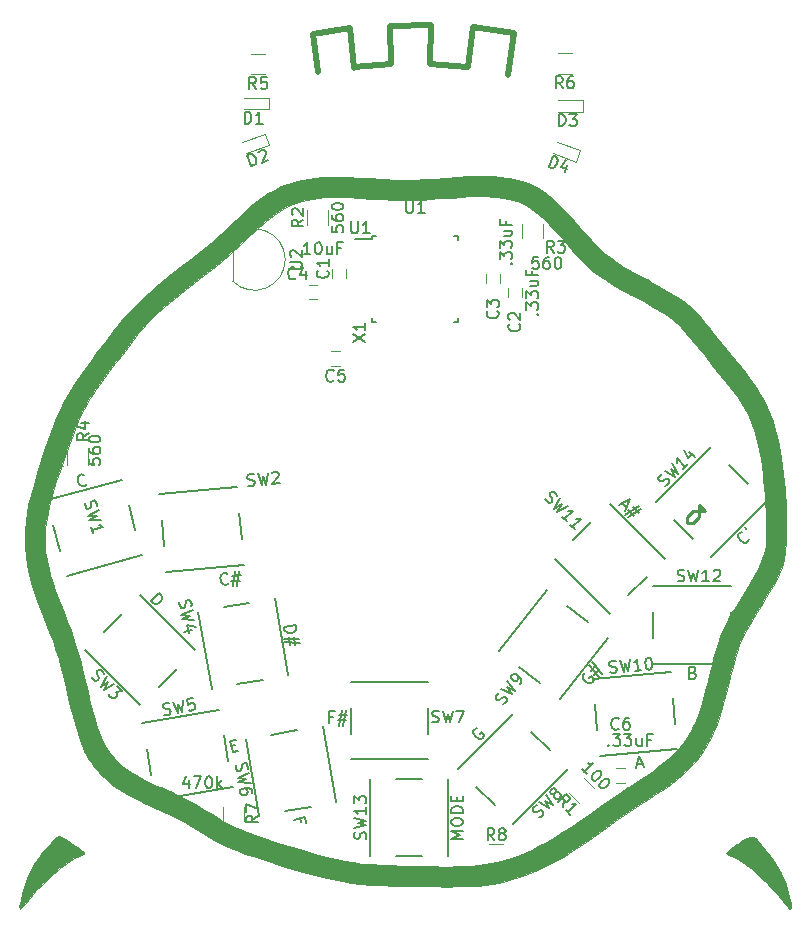
<source format=gto>
G04 #@! TF.FileFunction,Legend,Top*
%FSLAX46Y46*%
G04 Gerber Fmt 4.6, Leading zero omitted, Abs format (unit mm)*
G04 Created by KiCad (PCBNEW 4.0.7-e2-6376~58~ubuntu16.04.1) date Sun Nov 19 08:32:38 2017*
%MOMM*%
%LPD*%
G01*
G04 APERTURE LIST*
%ADD10C,0.100000*%
%ADD11C,0.254000*%
%ADD12C,0.500000*%
%ADD13C,0.010000*%
%ADD14C,0.120000*%
%ADD15C,0.150000*%
G04 APERTURE END LIST*
D10*
D11*
X136177443Y-56951540D02*
X136685443Y-56443540D01*
X135669443Y-56951540D02*
X136177443Y-56951540D01*
X136685443Y-55935540D02*
X136685443Y-56443540D01*
X137193443Y-55935540D02*
X136685443Y-55935540D01*
X136685443Y-55427540D02*
X137193443Y-55935540D01*
X136685443Y-55935540D02*
X136685443Y-55427540D01*
X136177443Y-55935540D02*
X136685443Y-55935540D01*
X135669443Y-56443540D02*
X136177443Y-55935540D01*
X135669443Y-56951540D02*
X135669443Y-56443540D01*
D12*
X107520000Y-18351000D02*
X107155000Y-14996000D01*
X110675000Y-18031000D02*
X110520000Y-14801000D01*
X117575000Y-14881000D02*
X117190000Y-18331000D01*
X121070000Y-15426000D02*
X117575000Y-14881000D01*
X104040000Y-15536000D02*
X104485000Y-18721000D01*
X107165000Y-15036000D02*
X104040000Y-15536000D01*
X110655000Y-18066000D02*
X107525000Y-18321000D01*
X114040000Y-14756000D02*
X110520000Y-14811000D01*
X113985000Y-18051000D02*
X114040000Y-14756000D01*
X117060000Y-18276000D02*
X113985000Y-18051000D01*
X120525000Y-18946000D02*
X121080000Y-15426000D01*
D13*
G36*
X82658473Y-83439123D02*
X82890465Y-83573632D01*
X83199239Y-83768443D01*
X83549423Y-83999526D01*
X83905642Y-84242850D01*
X84232527Y-84474385D01*
X84494703Y-84670101D01*
X84656799Y-84805967D01*
X84691806Y-84851715D01*
X84613158Y-84942139D01*
X84414414Y-85045942D01*
X84341332Y-85073634D01*
X83822102Y-85312484D01*
X83225629Y-85684010D01*
X82579516Y-86164659D01*
X81911369Y-86730879D01*
X81248791Y-87359120D01*
X80619385Y-88025829D01*
X80050757Y-88707454D01*
X79990406Y-88785866D01*
X79663120Y-89200380D01*
X79427514Y-89460675D01*
X79274550Y-89571453D01*
X79195191Y-89537415D01*
X79180398Y-89363264D01*
X79198108Y-89198021D01*
X79462677Y-87993094D01*
X79910396Y-86808044D01*
X80536421Y-85655152D01*
X80687626Y-85421967D01*
X80926376Y-85089436D01*
X81217507Y-84721940D01*
X81534151Y-84348990D01*
X81849441Y-84000096D01*
X82136509Y-83704767D01*
X82368487Y-83492512D01*
X82518508Y-83392843D01*
X82538634Y-83388947D01*
X82658473Y-83439123D01*
X82658473Y-83439123D01*
G37*
X82658473Y-83439123D02*
X82890465Y-83573632D01*
X83199239Y-83768443D01*
X83549423Y-83999526D01*
X83905642Y-84242850D01*
X84232527Y-84474385D01*
X84494703Y-84670101D01*
X84656799Y-84805967D01*
X84691806Y-84851715D01*
X84613158Y-84942139D01*
X84414414Y-85045942D01*
X84341332Y-85073634D01*
X83822102Y-85312484D01*
X83225629Y-85684010D01*
X82579516Y-86164659D01*
X81911369Y-86730879D01*
X81248791Y-87359120D01*
X80619385Y-88025829D01*
X80050757Y-88707454D01*
X79990406Y-88785866D01*
X79663120Y-89200380D01*
X79427514Y-89460675D01*
X79274550Y-89571453D01*
X79195191Y-89537415D01*
X79180398Y-89363264D01*
X79198108Y-89198021D01*
X79462677Y-87993094D01*
X79910396Y-86808044D01*
X80536421Y-85655152D01*
X80687626Y-85421967D01*
X80926376Y-85089436D01*
X81217507Y-84721940D01*
X81534151Y-84348990D01*
X81849441Y-84000096D01*
X82136509Y-83704767D01*
X82368487Y-83492512D01*
X82518508Y-83392843D01*
X82538634Y-83388947D01*
X82658473Y-83439123D01*
G36*
X141301275Y-83493472D02*
X141513754Y-83626942D01*
X141760952Y-83876691D01*
X142060355Y-84221140D01*
X142891459Y-85293399D01*
X143560462Y-86386598D01*
X144060472Y-87486814D01*
X144384601Y-88580123D01*
X144476440Y-89103947D01*
X144498986Y-89424954D01*
X144455093Y-89577454D01*
X144340965Y-89561145D01*
X144152806Y-89375728D01*
X143913740Y-89059345D01*
X143714899Y-88803011D01*
X143416834Y-88451517D01*
X143053121Y-88042981D01*
X142657338Y-87615524D01*
X142458708Y-87407436D01*
X141828053Y-86789369D01*
X141194502Y-86233820D01*
X140584205Y-85760444D01*
X140023310Y-85388896D01*
X139537966Y-85138833D01*
X139350206Y-85070884D01*
X139118064Y-84978932D01*
X138987655Y-84883745D01*
X138977155Y-84855723D01*
X139052427Y-84768577D01*
X139256909Y-84602260D01*
X139561303Y-84378969D01*
X139936311Y-84120897D01*
X140025079Y-84061857D01*
X140485416Y-83760474D01*
X140825779Y-83563265D01*
X141084841Y-83473256D01*
X141301275Y-83493472D01*
X141301275Y-83493472D01*
G37*
X141301275Y-83493472D02*
X141513754Y-83626942D01*
X141760952Y-83876691D01*
X142060355Y-84221140D01*
X142891459Y-85293399D01*
X143560462Y-86386598D01*
X144060472Y-87486814D01*
X144384601Y-88580123D01*
X144476440Y-89103947D01*
X144498986Y-89424954D01*
X144455093Y-89577454D01*
X144340965Y-89561145D01*
X144152806Y-89375728D01*
X143913740Y-89059345D01*
X143714899Y-88803011D01*
X143416834Y-88451517D01*
X143053121Y-88042981D01*
X142657338Y-87615524D01*
X142458708Y-87407436D01*
X141828053Y-86789369D01*
X141194502Y-86233820D01*
X140584205Y-85760444D01*
X140023310Y-85388896D01*
X139537966Y-85138833D01*
X139350206Y-85070884D01*
X139118064Y-84978932D01*
X138987655Y-84883745D01*
X138977155Y-84855723D01*
X139052427Y-84768577D01*
X139256909Y-84602260D01*
X139561303Y-84378969D01*
X139936311Y-84120897D01*
X140025079Y-84061857D01*
X140485416Y-83760474D01*
X140825779Y-83563265D01*
X141084841Y-83473256D01*
X141301275Y-83493472D01*
G36*
X118916772Y-27533268D02*
X119373347Y-27558353D01*
X119765184Y-27596076D01*
X120594732Y-27711519D01*
X121336199Y-27861635D01*
X122011190Y-28059901D01*
X122641312Y-28319798D01*
X123248170Y-28654801D01*
X123853371Y-29078391D01*
X124478520Y-29604044D01*
X125145224Y-30245240D01*
X125875089Y-31015455D01*
X126665735Y-31900750D01*
X127259214Y-32572562D01*
X127777295Y-33138903D01*
X128247005Y-33620654D01*
X128695372Y-34038699D01*
X129149423Y-34413919D01*
X129636186Y-34767196D01*
X130182688Y-35119413D01*
X130815958Y-35491453D01*
X131563023Y-35904197D01*
X132450910Y-36378528D01*
X132483740Y-36395904D01*
X133462389Y-36927189D01*
X134290697Y-37409538D01*
X134993780Y-37861946D01*
X135596752Y-38303407D01*
X136124730Y-38752915D01*
X136602829Y-39229466D01*
X137056164Y-39752054D01*
X137258593Y-40007060D01*
X137529995Y-40350996D01*
X137888671Y-40796590D01*
X138300416Y-41301825D01*
X138731023Y-41824684D01*
X139069545Y-42231540D01*
X139842382Y-43166090D01*
X140498483Y-43985742D01*
X141051257Y-44711475D01*
X141514111Y-45364265D01*
X141900454Y-45965092D01*
X142223693Y-46534933D01*
X142497236Y-47094766D01*
X142734493Y-47665570D01*
X142948869Y-48268322D01*
X142971105Y-48335872D01*
X143249620Y-49285392D01*
X143484684Y-50305522D01*
X143679740Y-51419223D01*
X143838229Y-52649456D01*
X143963594Y-54019182D01*
X144059277Y-55551364D01*
X144062512Y-55615877D01*
X144109436Y-56729742D01*
X144125320Y-57688666D01*
X144102081Y-58524451D01*
X144031634Y-59268896D01*
X143905895Y-59953805D01*
X143716781Y-60610977D01*
X143456208Y-61272214D01*
X143116091Y-61969318D01*
X142688346Y-62734090D01*
X142164891Y-63598330D01*
X141943158Y-63953142D01*
X141477460Y-64696818D01*
X141093381Y-65323158D01*
X140777662Y-65863785D01*
X140517046Y-66350322D01*
X140298275Y-66814392D01*
X140108092Y-67287618D01*
X139933239Y-67801622D01*
X139760458Y-68388027D01*
X139576491Y-69078457D01*
X139368082Y-69904533D01*
X139252187Y-70371780D01*
X139006899Y-71344914D01*
X138789703Y-72162511D01*
X138591056Y-72853380D01*
X138401418Y-73446329D01*
X138211244Y-73970166D01*
X138010993Y-74453699D01*
X137791122Y-74925739D01*
X137651413Y-75204503D01*
X137235880Y-75944057D01*
X136767126Y-76631405D01*
X136225910Y-77285421D01*
X135592992Y-77924984D01*
X134849132Y-78568968D01*
X133975091Y-79236250D01*
X132951628Y-79945707D01*
X132547213Y-80212260D01*
X131905591Y-80635614D01*
X131169544Y-81129832D01*
X130397048Y-81655447D01*
X129646080Y-82172988D01*
X128974618Y-82642990D01*
X128925361Y-82677858D01*
X128335584Y-83093424D01*
X127730334Y-83515750D01*
X127148202Y-83918204D01*
X126627779Y-84274154D01*
X126207655Y-84556967D01*
X126086703Y-84636857D01*
X125350784Y-85090541D01*
X124527123Y-85549693D01*
X123665515Y-85989748D01*
X122815759Y-86386139D01*
X122027650Y-86714302D01*
X121479062Y-86909899D01*
X120904456Y-87085935D01*
X120344816Y-87237099D01*
X119782566Y-87364563D01*
X119200131Y-87469498D01*
X118579932Y-87553078D01*
X117904394Y-87616474D01*
X117155939Y-87660859D01*
X116316992Y-87687405D01*
X115369976Y-87697285D01*
X114297314Y-87691670D01*
X113081429Y-87671732D01*
X111704746Y-87638645D01*
X110893740Y-87615882D01*
X109852023Y-87579030D01*
X108920174Y-87529327D01*
X108067032Y-87461195D01*
X107261434Y-87369056D01*
X106472218Y-87247333D01*
X105668223Y-87090448D01*
X104818285Y-86892825D01*
X103891243Y-86648885D01*
X102855936Y-86353052D01*
X101681200Y-85999747D01*
X101424967Y-85921142D01*
X100229223Y-85547806D01*
X99193602Y-85210954D01*
X98295743Y-84901248D01*
X97513286Y-84609349D01*
X96823870Y-84325919D01*
X96205135Y-84041619D01*
X95634720Y-83747111D01*
X95090266Y-83433056D01*
X94549412Y-83090115D01*
X94386800Y-82981742D01*
X93964708Y-82703145D01*
X93569981Y-82457093D01*
X93170258Y-82226535D01*
X92733176Y-81994421D01*
X92226375Y-81743701D01*
X91617493Y-81457322D01*
X90874167Y-81118236D01*
X90705213Y-81042004D01*
X89759606Y-80608032D01*
X88966257Y-80224391D01*
X88300870Y-79876391D01*
X87739145Y-79549345D01*
X87256786Y-79228563D01*
X86829494Y-78899355D01*
X86432973Y-78547035D01*
X86199295Y-78318006D01*
X85844262Y-77939196D01*
X85504925Y-77542557D01*
X85224778Y-77180787D01*
X85074312Y-76954976D01*
X84678752Y-76183355D01*
X84298237Y-75248382D01*
X83941677Y-74174751D01*
X83617982Y-72987159D01*
X83567986Y-72780437D01*
X83322624Y-71746727D01*
X83114412Y-70871560D01*
X82936001Y-70130673D01*
X82780040Y-69499799D01*
X82639179Y-68954675D01*
X82506067Y-68471034D01*
X82373354Y-68024611D01*
X82233689Y-67591142D01*
X82079722Y-67146360D01*
X81904102Y-66666002D01*
X81699479Y-66125801D01*
X81458502Y-65501492D01*
X81173821Y-64768811D01*
X81025111Y-64385984D01*
X80602877Y-63254324D01*
X80268185Y-62252744D01*
X80013114Y-61349197D01*
X79829739Y-60511634D01*
X79710139Y-59708006D01*
X79646390Y-58906264D01*
X79641324Y-58788577D01*
X79633342Y-58309926D01*
X81362687Y-58309926D01*
X81362727Y-58318206D01*
X81369248Y-58899828D01*
X81386829Y-59350423D01*
X81422396Y-59727066D01*
X81482875Y-60086833D01*
X81575192Y-60486799D01*
X81669789Y-60848605D01*
X81815888Y-61348913D01*
X82011817Y-61957100D01*
X82235351Y-62607242D01*
X82464267Y-63233412D01*
X82541910Y-63435642D01*
X82923418Y-64416694D01*
X83244385Y-65250195D01*
X83513499Y-65963541D01*
X83739448Y-66584127D01*
X83930921Y-67139352D01*
X84096606Y-67656612D01*
X84245192Y-68163302D01*
X84385366Y-68686821D01*
X84525817Y-69254564D01*
X84675233Y-69893928D01*
X84842303Y-70632310D01*
X84885900Y-70826888D01*
X85187417Y-72119281D01*
X85481971Y-73243045D01*
X85783136Y-74216577D01*
X86104485Y-75058272D01*
X86459589Y-75786525D01*
X86862022Y-76419732D01*
X87325356Y-76976290D01*
X87863163Y-77474593D01*
X88489018Y-77933037D01*
X89216491Y-78370018D01*
X90059157Y-78803931D01*
X91030587Y-79253173D01*
X91138184Y-79300909D01*
X92083081Y-79725504D01*
X92884805Y-80101903D01*
X93576574Y-80447378D01*
X94191606Y-80779201D01*
X94763119Y-81114644D01*
X95324331Y-81470979D01*
X95371518Y-81502054D01*
X95877528Y-81828708D01*
X96355206Y-82118057D01*
X96827620Y-82379707D01*
X97317840Y-82623263D01*
X97848934Y-82858334D01*
X98443972Y-83094524D01*
X99126021Y-83341442D01*
X99918152Y-83608693D01*
X100843433Y-83905884D01*
X101924933Y-84242621D01*
X102031356Y-84275391D01*
X103202050Y-84630910D01*
X104226035Y-84929216D01*
X105134009Y-85175761D01*
X105956667Y-85375996D01*
X106724708Y-85535373D01*
X107468828Y-85659344D01*
X108219724Y-85753361D01*
X109008093Y-85822876D01*
X109864633Y-85873339D01*
X110820040Y-85910204D01*
X111317073Y-85924518D01*
X112474410Y-85954091D01*
X113463911Y-85976655D01*
X114305757Y-85992220D01*
X115020128Y-86000797D01*
X115627207Y-86002395D01*
X116147173Y-85997024D01*
X116600209Y-85984694D01*
X117006494Y-85965415D01*
X117386211Y-85939197D01*
X117525962Y-85927570D01*
X118642331Y-85801999D01*
X119639226Y-85621450D01*
X120579904Y-85368627D01*
X121527626Y-85026238D01*
X122545647Y-84576987D01*
X122652999Y-84525879D01*
X123285039Y-84212283D01*
X123892763Y-83885496D01*
X124506723Y-83526550D01*
X125157471Y-83116479D01*
X125875559Y-82636315D01*
X126691538Y-82067091D01*
X127212335Y-81695387D01*
X127821479Y-81264404D01*
X128533337Y-80771357D01*
X129291538Y-80254633D01*
X130039710Y-79752618D01*
X130721478Y-79303701D01*
X130788243Y-79260348D01*
X131820889Y-78579255D01*
X132703493Y-77968994D01*
X133453029Y-77413763D01*
X134086471Y-76897758D01*
X134620792Y-76405178D01*
X135072967Y-75920220D01*
X135459970Y-75427081D01*
X135798774Y-74909959D01*
X136106353Y-74353052D01*
X136148295Y-74270198D01*
X136353104Y-73844360D01*
X136537075Y-73418865D01*
X136709581Y-72964893D01*
X136879998Y-72453625D01*
X137057697Y-71856243D01*
X137252054Y-71143926D01*
X137472441Y-70287856D01*
X137569403Y-69901054D01*
X137811600Y-68938232D01*
X138023713Y-68127748D01*
X138218581Y-67438755D01*
X138409046Y-66840406D01*
X138607948Y-66301852D01*
X138828130Y-65792247D01*
X139082431Y-65280742D01*
X139383692Y-64736490D01*
X139744755Y-64128644D01*
X140178461Y-63426356D01*
X140435464Y-63015984D01*
X140960014Y-62164401D01*
X141383230Y-61437236D01*
X141716744Y-60808445D01*
X141972185Y-60251981D01*
X142161184Y-59741801D01*
X142295371Y-59251861D01*
X142386376Y-58756114D01*
X142407237Y-58600428D01*
X142423354Y-58321397D01*
X142425466Y-57887438D01*
X142415143Y-57331126D01*
X142393956Y-56685037D01*
X142363474Y-55981744D01*
X142325268Y-55253824D01*
X142280908Y-54533850D01*
X142231964Y-53854397D01*
X142180006Y-53248042D01*
X142126605Y-52747357D01*
X142124144Y-52727437D01*
X141941024Y-51495502D01*
X141710600Y-50342889D01*
X141439915Y-49297084D01*
X141136015Y-48385570D01*
X140832454Y-47687836D01*
X140439647Y-46985513D01*
X139926547Y-46204169D01*
X139284387Y-45331287D01*
X138504396Y-44354352D01*
X138454629Y-44294095D01*
X138025194Y-43772341D01*
X137562288Y-43205405D01*
X137110008Y-42647575D01*
X136712450Y-42153142D01*
X136550077Y-41949317D01*
X135993199Y-41262818D01*
X135489305Y-40683577D01*
X135007653Y-40186742D01*
X134517502Y-39747461D01*
X133988109Y-39340881D01*
X133388733Y-38942150D01*
X132688632Y-38526416D01*
X131857065Y-38068825D01*
X131542999Y-37901453D01*
X130981027Y-37600625D01*
X130411738Y-37290461D01*
X129881962Y-36996849D01*
X129438527Y-36745676D01*
X129199209Y-36605765D01*
X128822867Y-36363596D01*
X128390781Y-36058424D01*
X127938494Y-35718420D01*
X127501549Y-35371753D01*
X127115489Y-35046594D01*
X126815857Y-34771113D01*
X126642300Y-34579242D01*
X126494870Y-34394018D01*
X126243986Y-34098705D01*
X125914462Y-33720857D01*
X125531115Y-33288030D01*
X125118762Y-32827778D01*
X124702219Y-32367658D01*
X124306302Y-31935224D01*
X123955827Y-31558031D01*
X123675611Y-31263636D01*
X123490754Y-31079856D01*
X122761724Y-30470622D01*
X122041995Y-30013563D01*
X121282975Y-29681834D01*
X120607430Y-29486908D01*
X119582504Y-29312040D01*
X118427859Y-29234624D01*
X117175712Y-29256318D01*
X116726332Y-29287147D01*
X115656484Y-29372689D01*
X114741938Y-29441169D01*
X113950681Y-29493232D01*
X113250703Y-29529519D01*
X112609992Y-29550676D01*
X111996537Y-29557346D01*
X111378325Y-29550171D01*
X110723344Y-29529797D01*
X109999585Y-29496865D01*
X109175034Y-29452020D01*
X109006574Y-29442335D01*
X107924433Y-29384074D01*
X107005100Y-29345224D01*
X106224172Y-29326412D01*
X105557251Y-29328259D01*
X104979935Y-29351390D01*
X104467823Y-29396429D01*
X103996515Y-29464000D01*
X103541611Y-29554727D01*
X103409305Y-29585451D01*
X102844195Y-29739884D01*
X102311609Y-29931359D01*
X101791153Y-30173581D01*
X101262434Y-30480257D01*
X100705058Y-30865090D01*
X100098632Y-31341788D01*
X99422762Y-31924056D01*
X98657056Y-32625598D01*
X98099666Y-33153821D01*
X97222580Y-33971865D01*
X96371815Y-34717017D01*
X95484885Y-35442012D01*
X94499302Y-36199581D01*
X94422017Y-36257424D01*
X93303524Y-37105942D01*
X92337613Y-37866519D01*
X91514953Y-38547054D01*
X90826215Y-39155443D01*
X90262071Y-39699583D01*
X89907140Y-40079277D01*
X89629520Y-40406097D01*
X89262240Y-40857877D01*
X88826168Y-41407317D01*
X88342175Y-42027117D01*
X87831128Y-42689978D01*
X87313898Y-43368599D01*
X86811353Y-44035682D01*
X86344363Y-44663926D01*
X85933796Y-45226032D01*
X85600522Y-45694699D01*
X85475236Y-45876826D01*
X85101836Y-46444137D01*
X84781674Y-46972085D01*
X84497122Y-47497612D01*
X84230554Y-48057660D01*
X83964341Y-48689171D01*
X83680857Y-49429087D01*
X83375624Y-50277035D01*
X82957356Y-51469264D01*
X82600269Y-52503986D01*
X82299675Y-53399937D01*
X82050883Y-54175851D01*
X81849205Y-54850461D01*
X81689949Y-55442503D01*
X81568428Y-55970709D01*
X81479950Y-56453816D01*
X81419827Y-56910557D01*
X81383368Y-57359666D01*
X81365885Y-57819878D01*
X81362687Y-58309926D01*
X79633342Y-58309926D01*
X79630353Y-58130708D01*
X79651674Y-57475537D01*
X79709394Y-56806581D01*
X79807619Y-56107360D01*
X79950455Y-55361393D01*
X80142010Y-54552201D01*
X80386389Y-53663301D01*
X80687699Y-52678213D01*
X81050045Y-51580457D01*
X81477536Y-50353552D01*
X81974276Y-48981016D01*
X82313451Y-48064132D01*
X82605659Y-47348294D01*
X82955941Y-46623738D01*
X83377852Y-45868391D01*
X83884950Y-45060178D01*
X84490793Y-44177025D01*
X85208936Y-43196858D01*
X85693361Y-42560799D01*
X86105017Y-42026118D01*
X86536687Y-41464558D01*
X86952456Y-40922901D01*
X87316407Y-40447931D01*
X87535794Y-40160943D01*
X88082546Y-39482042D01*
X88685649Y-38808768D01*
X89361727Y-38126065D01*
X90127402Y-37418879D01*
X90999295Y-36672156D01*
X91994029Y-35870840D01*
X93128226Y-34999876D01*
X93732035Y-34548967D01*
X94541590Y-33920257D01*
X95396275Y-33205600D01*
X96224034Y-32466243D01*
X96602908Y-32108744D01*
X97499363Y-31257573D01*
X98291572Y-30535721D01*
X98998433Y-29930259D01*
X99638845Y-29428257D01*
X100231709Y-29016785D01*
X100795922Y-28682913D01*
X101350385Y-28413713D01*
X101913997Y-28196254D01*
X102505657Y-28017607D01*
X102630590Y-27984996D01*
X103160270Y-27860496D01*
X103683965Y-27762112D01*
X104225088Y-27689063D01*
X104807051Y-27640571D01*
X105453264Y-27615858D01*
X106187141Y-27614143D01*
X107032091Y-27634649D01*
X108011527Y-27676597D01*
X109148861Y-27739207D01*
X109458060Y-27757841D01*
X110251283Y-27805226D01*
X110896935Y-27839761D01*
X111435155Y-27861401D01*
X111906084Y-27870101D01*
X112349863Y-27865815D01*
X112806632Y-27848500D01*
X113316531Y-27818110D01*
X113919700Y-27774601D01*
X114208801Y-27752534D01*
X115335485Y-27668937D01*
X116296646Y-27604970D01*
X117113821Y-27560026D01*
X117808543Y-27533498D01*
X118402349Y-27524781D01*
X118916772Y-27533268D01*
X118916772Y-27533268D01*
G37*
X118916772Y-27533268D02*
X119373347Y-27558353D01*
X119765184Y-27596076D01*
X120594732Y-27711519D01*
X121336199Y-27861635D01*
X122011190Y-28059901D01*
X122641312Y-28319798D01*
X123248170Y-28654801D01*
X123853371Y-29078391D01*
X124478520Y-29604044D01*
X125145224Y-30245240D01*
X125875089Y-31015455D01*
X126665735Y-31900750D01*
X127259214Y-32572562D01*
X127777295Y-33138903D01*
X128247005Y-33620654D01*
X128695372Y-34038699D01*
X129149423Y-34413919D01*
X129636186Y-34767196D01*
X130182688Y-35119413D01*
X130815958Y-35491453D01*
X131563023Y-35904197D01*
X132450910Y-36378528D01*
X132483740Y-36395904D01*
X133462389Y-36927189D01*
X134290697Y-37409538D01*
X134993780Y-37861946D01*
X135596752Y-38303407D01*
X136124730Y-38752915D01*
X136602829Y-39229466D01*
X137056164Y-39752054D01*
X137258593Y-40007060D01*
X137529995Y-40350996D01*
X137888671Y-40796590D01*
X138300416Y-41301825D01*
X138731023Y-41824684D01*
X139069545Y-42231540D01*
X139842382Y-43166090D01*
X140498483Y-43985742D01*
X141051257Y-44711475D01*
X141514111Y-45364265D01*
X141900454Y-45965092D01*
X142223693Y-46534933D01*
X142497236Y-47094766D01*
X142734493Y-47665570D01*
X142948869Y-48268322D01*
X142971105Y-48335872D01*
X143249620Y-49285392D01*
X143484684Y-50305522D01*
X143679740Y-51419223D01*
X143838229Y-52649456D01*
X143963594Y-54019182D01*
X144059277Y-55551364D01*
X144062512Y-55615877D01*
X144109436Y-56729742D01*
X144125320Y-57688666D01*
X144102081Y-58524451D01*
X144031634Y-59268896D01*
X143905895Y-59953805D01*
X143716781Y-60610977D01*
X143456208Y-61272214D01*
X143116091Y-61969318D01*
X142688346Y-62734090D01*
X142164891Y-63598330D01*
X141943158Y-63953142D01*
X141477460Y-64696818D01*
X141093381Y-65323158D01*
X140777662Y-65863785D01*
X140517046Y-66350322D01*
X140298275Y-66814392D01*
X140108092Y-67287618D01*
X139933239Y-67801622D01*
X139760458Y-68388027D01*
X139576491Y-69078457D01*
X139368082Y-69904533D01*
X139252187Y-70371780D01*
X139006899Y-71344914D01*
X138789703Y-72162511D01*
X138591056Y-72853380D01*
X138401418Y-73446329D01*
X138211244Y-73970166D01*
X138010993Y-74453699D01*
X137791122Y-74925739D01*
X137651413Y-75204503D01*
X137235880Y-75944057D01*
X136767126Y-76631405D01*
X136225910Y-77285421D01*
X135592992Y-77924984D01*
X134849132Y-78568968D01*
X133975091Y-79236250D01*
X132951628Y-79945707D01*
X132547213Y-80212260D01*
X131905591Y-80635614D01*
X131169544Y-81129832D01*
X130397048Y-81655447D01*
X129646080Y-82172988D01*
X128974618Y-82642990D01*
X128925361Y-82677858D01*
X128335584Y-83093424D01*
X127730334Y-83515750D01*
X127148202Y-83918204D01*
X126627779Y-84274154D01*
X126207655Y-84556967D01*
X126086703Y-84636857D01*
X125350784Y-85090541D01*
X124527123Y-85549693D01*
X123665515Y-85989748D01*
X122815759Y-86386139D01*
X122027650Y-86714302D01*
X121479062Y-86909899D01*
X120904456Y-87085935D01*
X120344816Y-87237099D01*
X119782566Y-87364563D01*
X119200131Y-87469498D01*
X118579932Y-87553078D01*
X117904394Y-87616474D01*
X117155939Y-87660859D01*
X116316992Y-87687405D01*
X115369976Y-87697285D01*
X114297314Y-87691670D01*
X113081429Y-87671732D01*
X111704746Y-87638645D01*
X110893740Y-87615882D01*
X109852023Y-87579030D01*
X108920174Y-87529327D01*
X108067032Y-87461195D01*
X107261434Y-87369056D01*
X106472218Y-87247333D01*
X105668223Y-87090448D01*
X104818285Y-86892825D01*
X103891243Y-86648885D01*
X102855936Y-86353052D01*
X101681200Y-85999747D01*
X101424967Y-85921142D01*
X100229223Y-85547806D01*
X99193602Y-85210954D01*
X98295743Y-84901248D01*
X97513286Y-84609349D01*
X96823870Y-84325919D01*
X96205135Y-84041619D01*
X95634720Y-83747111D01*
X95090266Y-83433056D01*
X94549412Y-83090115D01*
X94386800Y-82981742D01*
X93964708Y-82703145D01*
X93569981Y-82457093D01*
X93170258Y-82226535D01*
X92733176Y-81994421D01*
X92226375Y-81743701D01*
X91617493Y-81457322D01*
X90874167Y-81118236D01*
X90705213Y-81042004D01*
X89759606Y-80608032D01*
X88966257Y-80224391D01*
X88300870Y-79876391D01*
X87739145Y-79549345D01*
X87256786Y-79228563D01*
X86829494Y-78899355D01*
X86432973Y-78547035D01*
X86199295Y-78318006D01*
X85844262Y-77939196D01*
X85504925Y-77542557D01*
X85224778Y-77180787D01*
X85074312Y-76954976D01*
X84678752Y-76183355D01*
X84298237Y-75248382D01*
X83941677Y-74174751D01*
X83617982Y-72987159D01*
X83567986Y-72780437D01*
X83322624Y-71746727D01*
X83114412Y-70871560D01*
X82936001Y-70130673D01*
X82780040Y-69499799D01*
X82639179Y-68954675D01*
X82506067Y-68471034D01*
X82373354Y-68024611D01*
X82233689Y-67591142D01*
X82079722Y-67146360D01*
X81904102Y-66666002D01*
X81699479Y-66125801D01*
X81458502Y-65501492D01*
X81173821Y-64768811D01*
X81025111Y-64385984D01*
X80602877Y-63254324D01*
X80268185Y-62252744D01*
X80013114Y-61349197D01*
X79829739Y-60511634D01*
X79710139Y-59708006D01*
X79646390Y-58906264D01*
X79641324Y-58788577D01*
X79633342Y-58309926D01*
X81362687Y-58309926D01*
X81362727Y-58318206D01*
X81369248Y-58899828D01*
X81386829Y-59350423D01*
X81422396Y-59727066D01*
X81482875Y-60086833D01*
X81575192Y-60486799D01*
X81669789Y-60848605D01*
X81815888Y-61348913D01*
X82011817Y-61957100D01*
X82235351Y-62607242D01*
X82464267Y-63233412D01*
X82541910Y-63435642D01*
X82923418Y-64416694D01*
X83244385Y-65250195D01*
X83513499Y-65963541D01*
X83739448Y-66584127D01*
X83930921Y-67139352D01*
X84096606Y-67656612D01*
X84245192Y-68163302D01*
X84385366Y-68686821D01*
X84525817Y-69254564D01*
X84675233Y-69893928D01*
X84842303Y-70632310D01*
X84885900Y-70826888D01*
X85187417Y-72119281D01*
X85481971Y-73243045D01*
X85783136Y-74216577D01*
X86104485Y-75058272D01*
X86459589Y-75786525D01*
X86862022Y-76419732D01*
X87325356Y-76976290D01*
X87863163Y-77474593D01*
X88489018Y-77933037D01*
X89216491Y-78370018D01*
X90059157Y-78803931D01*
X91030587Y-79253173D01*
X91138184Y-79300909D01*
X92083081Y-79725504D01*
X92884805Y-80101903D01*
X93576574Y-80447378D01*
X94191606Y-80779201D01*
X94763119Y-81114644D01*
X95324331Y-81470979D01*
X95371518Y-81502054D01*
X95877528Y-81828708D01*
X96355206Y-82118057D01*
X96827620Y-82379707D01*
X97317840Y-82623263D01*
X97848934Y-82858334D01*
X98443972Y-83094524D01*
X99126021Y-83341442D01*
X99918152Y-83608693D01*
X100843433Y-83905884D01*
X101924933Y-84242621D01*
X102031356Y-84275391D01*
X103202050Y-84630910D01*
X104226035Y-84929216D01*
X105134009Y-85175761D01*
X105956667Y-85375996D01*
X106724708Y-85535373D01*
X107468828Y-85659344D01*
X108219724Y-85753361D01*
X109008093Y-85822876D01*
X109864633Y-85873339D01*
X110820040Y-85910204D01*
X111317073Y-85924518D01*
X112474410Y-85954091D01*
X113463911Y-85976655D01*
X114305757Y-85992220D01*
X115020128Y-86000797D01*
X115627207Y-86002395D01*
X116147173Y-85997024D01*
X116600209Y-85984694D01*
X117006494Y-85965415D01*
X117386211Y-85939197D01*
X117525962Y-85927570D01*
X118642331Y-85801999D01*
X119639226Y-85621450D01*
X120579904Y-85368627D01*
X121527626Y-85026238D01*
X122545647Y-84576987D01*
X122652999Y-84525879D01*
X123285039Y-84212283D01*
X123892763Y-83885496D01*
X124506723Y-83526550D01*
X125157471Y-83116479D01*
X125875559Y-82636315D01*
X126691538Y-82067091D01*
X127212335Y-81695387D01*
X127821479Y-81264404D01*
X128533337Y-80771357D01*
X129291538Y-80254633D01*
X130039710Y-79752618D01*
X130721478Y-79303701D01*
X130788243Y-79260348D01*
X131820889Y-78579255D01*
X132703493Y-77968994D01*
X133453029Y-77413763D01*
X134086471Y-76897758D01*
X134620792Y-76405178D01*
X135072967Y-75920220D01*
X135459970Y-75427081D01*
X135798774Y-74909959D01*
X136106353Y-74353052D01*
X136148295Y-74270198D01*
X136353104Y-73844360D01*
X136537075Y-73418865D01*
X136709581Y-72964893D01*
X136879998Y-72453625D01*
X137057697Y-71856243D01*
X137252054Y-71143926D01*
X137472441Y-70287856D01*
X137569403Y-69901054D01*
X137811600Y-68938232D01*
X138023713Y-68127748D01*
X138218581Y-67438755D01*
X138409046Y-66840406D01*
X138607948Y-66301852D01*
X138828130Y-65792247D01*
X139082431Y-65280742D01*
X139383692Y-64736490D01*
X139744755Y-64128644D01*
X140178461Y-63426356D01*
X140435464Y-63015984D01*
X140960014Y-62164401D01*
X141383230Y-61437236D01*
X141716744Y-60808445D01*
X141972185Y-60251981D01*
X142161184Y-59741801D01*
X142295371Y-59251861D01*
X142386376Y-58756114D01*
X142407237Y-58600428D01*
X142423354Y-58321397D01*
X142425466Y-57887438D01*
X142415143Y-57331126D01*
X142393956Y-56685037D01*
X142363474Y-55981744D01*
X142325268Y-55253824D01*
X142280908Y-54533850D01*
X142231964Y-53854397D01*
X142180006Y-53248042D01*
X142126605Y-52747357D01*
X142124144Y-52727437D01*
X141941024Y-51495502D01*
X141710600Y-50342889D01*
X141439915Y-49297084D01*
X141136015Y-48385570D01*
X140832454Y-47687836D01*
X140439647Y-46985513D01*
X139926547Y-46204169D01*
X139284387Y-45331287D01*
X138504396Y-44354352D01*
X138454629Y-44294095D01*
X138025194Y-43772341D01*
X137562288Y-43205405D01*
X137110008Y-42647575D01*
X136712450Y-42153142D01*
X136550077Y-41949317D01*
X135993199Y-41262818D01*
X135489305Y-40683577D01*
X135007653Y-40186742D01*
X134517502Y-39747461D01*
X133988109Y-39340881D01*
X133388733Y-38942150D01*
X132688632Y-38526416D01*
X131857065Y-38068825D01*
X131542999Y-37901453D01*
X130981027Y-37600625D01*
X130411738Y-37290461D01*
X129881962Y-36996849D01*
X129438527Y-36745676D01*
X129199209Y-36605765D01*
X128822867Y-36363596D01*
X128390781Y-36058424D01*
X127938494Y-35718420D01*
X127501549Y-35371753D01*
X127115489Y-35046594D01*
X126815857Y-34771113D01*
X126642300Y-34579242D01*
X126494870Y-34394018D01*
X126243986Y-34098705D01*
X125914462Y-33720857D01*
X125531115Y-33288030D01*
X125118762Y-32827778D01*
X124702219Y-32367658D01*
X124306302Y-31935224D01*
X123955827Y-31558031D01*
X123675611Y-31263636D01*
X123490754Y-31079856D01*
X122761724Y-30470622D01*
X122041995Y-30013563D01*
X121282975Y-29681834D01*
X120607430Y-29486908D01*
X119582504Y-29312040D01*
X118427859Y-29234624D01*
X117175712Y-29256318D01*
X116726332Y-29287147D01*
X115656484Y-29372689D01*
X114741938Y-29441169D01*
X113950681Y-29493232D01*
X113250703Y-29529519D01*
X112609992Y-29550676D01*
X111996537Y-29557346D01*
X111378325Y-29550171D01*
X110723344Y-29529797D01*
X109999585Y-29496865D01*
X109175034Y-29452020D01*
X109006574Y-29442335D01*
X107924433Y-29384074D01*
X107005100Y-29345224D01*
X106224172Y-29326412D01*
X105557251Y-29328259D01*
X104979935Y-29351390D01*
X104467823Y-29396429D01*
X103996515Y-29464000D01*
X103541611Y-29554727D01*
X103409305Y-29585451D01*
X102844195Y-29739884D01*
X102311609Y-29931359D01*
X101791153Y-30173581D01*
X101262434Y-30480257D01*
X100705058Y-30865090D01*
X100098632Y-31341788D01*
X99422762Y-31924056D01*
X98657056Y-32625598D01*
X98099666Y-33153821D01*
X97222580Y-33971865D01*
X96371815Y-34717017D01*
X95484885Y-35442012D01*
X94499302Y-36199581D01*
X94422017Y-36257424D01*
X93303524Y-37105942D01*
X92337613Y-37866519D01*
X91514953Y-38547054D01*
X90826215Y-39155443D01*
X90262071Y-39699583D01*
X89907140Y-40079277D01*
X89629520Y-40406097D01*
X89262240Y-40857877D01*
X88826168Y-41407317D01*
X88342175Y-42027117D01*
X87831128Y-42689978D01*
X87313898Y-43368599D01*
X86811353Y-44035682D01*
X86344363Y-44663926D01*
X85933796Y-45226032D01*
X85600522Y-45694699D01*
X85475236Y-45876826D01*
X85101836Y-46444137D01*
X84781674Y-46972085D01*
X84497122Y-47497612D01*
X84230554Y-48057660D01*
X83964341Y-48689171D01*
X83680857Y-49429087D01*
X83375624Y-50277035D01*
X82957356Y-51469264D01*
X82600269Y-52503986D01*
X82299675Y-53399937D01*
X82050883Y-54175851D01*
X81849205Y-54850461D01*
X81689949Y-55442503D01*
X81568428Y-55970709D01*
X81479950Y-56453816D01*
X81419827Y-56910557D01*
X81383368Y-57359666D01*
X81365885Y-57819878D01*
X81362687Y-58309926D01*
X79633342Y-58309926D01*
X79630353Y-58130708D01*
X79651674Y-57475537D01*
X79709394Y-56806581D01*
X79807619Y-56107360D01*
X79950455Y-55361393D01*
X80142010Y-54552201D01*
X80386389Y-53663301D01*
X80687699Y-52678213D01*
X81050045Y-51580457D01*
X81477536Y-50353552D01*
X81974276Y-48981016D01*
X82313451Y-48064132D01*
X82605659Y-47348294D01*
X82955941Y-46623738D01*
X83377852Y-45868391D01*
X83884950Y-45060178D01*
X84490793Y-44177025D01*
X85208936Y-43196858D01*
X85693361Y-42560799D01*
X86105017Y-42026118D01*
X86536687Y-41464558D01*
X86952456Y-40922901D01*
X87316407Y-40447931D01*
X87535794Y-40160943D01*
X88082546Y-39482042D01*
X88685649Y-38808768D01*
X89361727Y-38126065D01*
X90127402Y-37418879D01*
X90999295Y-36672156D01*
X91994029Y-35870840D01*
X93128226Y-34999876D01*
X93732035Y-34548967D01*
X94541590Y-33920257D01*
X95396275Y-33205600D01*
X96224034Y-32466243D01*
X96602908Y-32108744D01*
X97499363Y-31257573D01*
X98291572Y-30535721D01*
X98998433Y-29930259D01*
X99638845Y-29428257D01*
X100231709Y-29016785D01*
X100795922Y-28682913D01*
X101350385Y-28413713D01*
X101913997Y-28196254D01*
X102505657Y-28017607D01*
X102630590Y-27984996D01*
X103160270Y-27860496D01*
X103683965Y-27762112D01*
X104225088Y-27689063D01*
X104807051Y-27640571D01*
X105453264Y-27615858D01*
X106187141Y-27614143D01*
X107032091Y-27634649D01*
X108011527Y-27676597D01*
X109148861Y-27739207D01*
X109458060Y-27757841D01*
X110251283Y-27805226D01*
X110896935Y-27839761D01*
X111435155Y-27861401D01*
X111906084Y-27870101D01*
X112349863Y-27865815D01*
X112806632Y-27848500D01*
X113316531Y-27818110D01*
X113919700Y-27774601D01*
X114208801Y-27752534D01*
X115335485Y-27668937D01*
X116296646Y-27604970D01*
X117113821Y-27560026D01*
X117808543Y-27533498D01*
X118402349Y-27524781D01*
X118916772Y-27533268D01*
D14*
X105634000Y-36146000D02*
X105634000Y-35446000D01*
X106834000Y-35446000D02*
X106834000Y-36146000D01*
X120554000Y-37746000D02*
X120554000Y-37046000D01*
X121754000Y-37046000D02*
X121754000Y-37746000D01*
X118714000Y-36571000D02*
X118714000Y-35871000D01*
X119914000Y-35871000D02*
X119914000Y-36571000D01*
X103674000Y-36741000D02*
X104374000Y-36741000D01*
X104374000Y-37941000D02*
X103674000Y-37941000D01*
X106295443Y-43593540D02*
X105595443Y-43593540D01*
X105595443Y-42393540D02*
X106295443Y-42393540D01*
X100337610Y-24886220D02*
X99995590Y-23946528D01*
X99995590Y-23946528D02*
X98022236Y-24664770D01*
X100337610Y-24886220D02*
X98364256Y-25604462D01*
X126325590Y-26310472D02*
X126667610Y-25370780D01*
X126667610Y-25370780D02*
X124694256Y-24652538D01*
X126325590Y-26310472D02*
X124352236Y-25592230D01*
D15*
X109054000Y-32636000D02*
X109054000Y-32861000D01*
X116304000Y-32636000D02*
X116304000Y-32961000D01*
X116304000Y-39886000D02*
X116304000Y-39561000D01*
X109054000Y-39886000D02*
X109054000Y-39561000D01*
X109054000Y-32636000D02*
X109379000Y-32636000D01*
X109054000Y-39886000D02*
X109379000Y-39886000D01*
X116304000Y-39886000D02*
X115979000Y-39886000D01*
X116304000Y-32636000D02*
X115979000Y-32636000D01*
X109054000Y-32861000D02*
X107629000Y-32861000D01*
D14*
X130425443Y-78899540D02*
X129725443Y-78899540D01*
X129725443Y-77699540D02*
X130425443Y-77699540D01*
X126971433Y-78523022D02*
X127819961Y-79371550D01*
X126575453Y-80616058D02*
X125726925Y-79767530D01*
X105301443Y-30455540D02*
X105301443Y-31655540D01*
X103541443Y-31655540D02*
X103541443Y-30455540D01*
X123487443Y-31619540D02*
X123487443Y-32819540D01*
X121727443Y-32819540D02*
X121727443Y-31619540D01*
X84981443Y-50775540D02*
X84981443Y-51975540D01*
X83221443Y-51975540D02*
X83221443Y-50775540D01*
D15*
X88999699Y-57537956D02*
X88430297Y-55412919D01*
X82055187Y-57121124D02*
X82624589Y-59246161D01*
X87860895Y-53287882D02*
X81485785Y-54996088D01*
X89569101Y-59662992D02*
X83193991Y-61371198D01*
X91234129Y-56671340D02*
X91425872Y-58862968D01*
X98000757Y-58287740D02*
X97809014Y-56096112D01*
X91617614Y-61054596D02*
X98192499Y-60479369D01*
X91042387Y-54479711D02*
X97617272Y-53904484D01*
X90973078Y-70810810D02*
X92528713Y-69255175D01*
X87861808Y-64588270D02*
X86306173Y-66143905D01*
X94084348Y-67699540D02*
X89417443Y-63032635D01*
X89417443Y-72366445D02*
X84750538Y-67699540D01*
X97617193Y-70550419D02*
X99783771Y-70168393D01*
X98637693Y-63668661D02*
X96471115Y-64050687D01*
X101950348Y-69786367D02*
X100804270Y-63286635D01*
X95450616Y-70932445D02*
X94304538Y-64432713D01*
X89966564Y-76049290D02*
X90348590Y-78215868D01*
X96848322Y-77069790D02*
X96466296Y-74903212D01*
X90730616Y-80382445D02*
X97230348Y-79236367D01*
X89584538Y-73882713D02*
X96084270Y-72736635D01*
X101667193Y-81340419D02*
X103833771Y-80958393D01*
X102687693Y-74458661D02*
X100521115Y-74840687D01*
X106000348Y-80576367D02*
X104854270Y-74076635D01*
X99500616Y-81722445D02*
X98354538Y-75222713D01*
X107217443Y-72539540D02*
X107217443Y-74739540D01*
X113817443Y-74739540D02*
X113817443Y-72539540D01*
X107217443Y-76939540D02*
X113817443Y-76939540D01*
X107217443Y-70339540D02*
X113817443Y-70339540D01*
X124078713Y-76163905D02*
X122523078Y-74608270D01*
X117856173Y-79275175D02*
X119411808Y-80830810D01*
X120967443Y-73052635D02*
X116300538Y-77719540D01*
X125634348Y-77719540D02*
X120967443Y-82386445D01*
X121518948Y-69142748D02*
X123252572Y-70497203D01*
X127315938Y-65296332D02*
X125582314Y-63941877D01*
X124986196Y-71851658D02*
X129049561Y-66650787D01*
X119785325Y-67788293D02*
X123848690Y-62587422D01*
X127934129Y-72281340D02*
X128125872Y-74472968D01*
X134700757Y-73897740D02*
X134509014Y-71706112D01*
X128317614Y-76664596D02*
X134892499Y-76089369D01*
X127742387Y-70089711D02*
X134317272Y-69514484D01*
X130733078Y-63050810D02*
X132288713Y-61495175D01*
X127621808Y-56828270D02*
X126066173Y-58383905D01*
X133844348Y-59939540D02*
X129177443Y-55272635D01*
X129177443Y-64606445D02*
X124510538Y-59939540D01*
X132857443Y-64449540D02*
X132857443Y-66649540D01*
X139457443Y-66649540D02*
X139457443Y-64449540D01*
X132857443Y-68849540D02*
X139457443Y-68849540D01*
X132857443Y-62249540D02*
X139457443Y-62249540D01*
X111087443Y-85149540D02*
X113287443Y-85149540D01*
X113287443Y-78549540D02*
X111087443Y-78549540D01*
X115487443Y-85149540D02*
X115487443Y-78549540D01*
X108887443Y-85149540D02*
X108887443Y-78549540D01*
X134636173Y-56685175D02*
X136191808Y-58240810D01*
X140858713Y-53573905D02*
X139303078Y-52018270D01*
X137747443Y-59796445D02*
X142414348Y-55129540D01*
X133080538Y-55129540D02*
X137747443Y-50462635D01*
D14*
X97237443Y-32811540D02*
X97237443Y-36411540D01*
X97248965Y-32773062D02*
G75*
G02X101687443Y-34611540I1838478J-1838478D01*
G01*
X97248965Y-36450018D02*
G75*
G03X101687443Y-34611540I1838478J1838478D01*
G01*
X100297443Y-21899540D02*
X100297443Y-20899540D01*
X100297443Y-20899540D02*
X98197443Y-20899540D01*
X100297443Y-21899540D02*
X98197443Y-21899540D01*
X126887443Y-22099540D02*
X126887443Y-21099540D01*
X126887443Y-21099540D02*
X124787443Y-21099540D01*
X126887443Y-22099540D02*
X124787443Y-22099540D01*
X98787443Y-17179540D02*
X99987443Y-17179540D01*
X99987443Y-18939540D02*
X98787443Y-18939540D01*
X124747443Y-17129540D02*
X125947443Y-17129540D01*
X125947443Y-18889540D02*
X124747443Y-18889540D01*
X96407443Y-82129540D02*
X96407443Y-80929540D01*
X98167443Y-80929540D02*
X98167443Y-82129540D01*
X120157443Y-85849540D02*
X118957443Y-85849540D01*
X118957443Y-84089540D02*
X120157443Y-84089540D01*
D15*
X105261143Y-35557666D02*
X105308762Y-35605285D01*
X105356381Y-35748142D01*
X105356381Y-35843380D01*
X105308762Y-35986238D01*
X105213524Y-36081476D01*
X105118286Y-36129095D01*
X104927810Y-36176714D01*
X104784952Y-36176714D01*
X104594476Y-36129095D01*
X104499238Y-36081476D01*
X104404000Y-35986238D01*
X104356381Y-35843380D01*
X104356381Y-35748142D01*
X104404000Y-35605285D01*
X104451619Y-35557666D01*
X105356381Y-34605285D02*
X105356381Y-35176714D01*
X105356381Y-34891000D02*
X104356381Y-34891000D01*
X104499238Y-34986238D01*
X104594476Y-35081476D01*
X104642095Y-35176714D01*
X103816015Y-34146921D02*
X103244586Y-34146921D01*
X103530300Y-34146921D02*
X103530300Y-33146921D01*
X103435062Y-33289778D01*
X103339824Y-33385016D01*
X103244586Y-33432635D01*
X104435062Y-33146921D02*
X104530301Y-33146921D01*
X104625539Y-33194540D01*
X104673158Y-33242159D01*
X104720777Y-33337397D01*
X104768396Y-33527873D01*
X104768396Y-33765969D01*
X104720777Y-33956445D01*
X104673158Y-34051683D01*
X104625539Y-34099302D01*
X104530301Y-34146921D01*
X104435062Y-34146921D01*
X104339824Y-34099302D01*
X104292205Y-34051683D01*
X104244586Y-33956445D01*
X104196967Y-33765969D01*
X104196967Y-33527873D01*
X104244586Y-33337397D01*
X104292205Y-33242159D01*
X104339824Y-33194540D01*
X104435062Y-33146921D01*
X105625539Y-33480254D02*
X105625539Y-34146921D01*
X105196967Y-33480254D02*
X105196967Y-34004064D01*
X105244586Y-34099302D01*
X105339824Y-34146921D01*
X105482682Y-34146921D01*
X105577920Y-34099302D01*
X105625539Y-34051683D01*
X106435063Y-33623111D02*
X106101729Y-33623111D01*
X106101729Y-34146921D02*
X106101729Y-33146921D01*
X106577920Y-33146921D01*
X121498586Y-40077206D02*
X121546205Y-40124825D01*
X121593824Y-40267682D01*
X121593824Y-40362920D01*
X121546205Y-40505778D01*
X121450967Y-40601016D01*
X121355729Y-40648635D01*
X121165253Y-40696254D01*
X121022395Y-40696254D01*
X120831919Y-40648635D01*
X120736681Y-40601016D01*
X120641443Y-40505778D01*
X120593824Y-40362920D01*
X120593824Y-40267682D01*
X120641443Y-40124825D01*
X120689062Y-40077206D01*
X120689062Y-39696254D02*
X120641443Y-39648635D01*
X120593824Y-39553397D01*
X120593824Y-39315301D01*
X120641443Y-39220063D01*
X120689062Y-39172444D01*
X120784300Y-39124825D01*
X120879538Y-39124825D01*
X121022395Y-39172444D01*
X121593824Y-39743873D01*
X121593824Y-39124825D01*
X123011143Y-39229333D02*
X123058762Y-39181714D01*
X123106381Y-39229333D01*
X123058762Y-39276952D01*
X123011143Y-39229333D01*
X123106381Y-39229333D01*
X122106381Y-38848381D02*
X122106381Y-38229333D01*
X122487333Y-38562667D01*
X122487333Y-38419809D01*
X122534952Y-38324571D01*
X122582571Y-38276952D01*
X122677810Y-38229333D01*
X122915905Y-38229333D01*
X123011143Y-38276952D01*
X123058762Y-38324571D01*
X123106381Y-38419809D01*
X123106381Y-38705524D01*
X123058762Y-38800762D01*
X123011143Y-38848381D01*
X122106381Y-37896000D02*
X122106381Y-37276952D01*
X122487333Y-37610286D01*
X122487333Y-37467428D01*
X122534952Y-37372190D01*
X122582571Y-37324571D01*
X122677810Y-37276952D01*
X122915905Y-37276952D01*
X123011143Y-37324571D01*
X123058762Y-37372190D01*
X123106381Y-37467428D01*
X123106381Y-37753143D01*
X123058762Y-37848381D01*
X123011143Y-37896000D01*
X122439714Y-36419809D02*
X123106381Y-36419809D01*
X122439714Y-36848381D02*
X122963524Y-36848381D01*
X123058762Y-36800762D01*
X123106381Y-36705524D01*
X123106381Y-36562666D01*
X123058762Y-36467428D01*
X123011143Y-36419809D01*
X122582571Y-35610285D02*
X122582571Y-35943619D01*
X123106381Y-35943619D02*
X122106381Y-35943619D01*
X122106381Y-35467428D01*
X119653586Y-38977206D02*
X119701205Y-39024825D01*
X119748824Y-39167682D01*
X119748824Y-39262920D01*
X119701205Y-39405778D01*
X119605967Y-39501016D01*
X119510729Y-39548635D01*
X119320253Y-39596254D01*
X119177395Y-39596254D01*
X118986919Y-39548635D01*
X118891681Y-39501016D01*
X118796443Y-39405778D01*
X118748824Y-39262920D01*
X118748824Y-39167682D01*
X118796443Y-39024825D01*
X118844062Y-38977206D01*
X118748824Y-38643873D02*
X118748824Y-38024825D01*
X119129776Y-38358159D01*
X119129776Y-38215301D01*
X119177395Y-38120063D01*
X119225014Y-38072444D01*
X119320253Y-38024825D01*
X119558348Y-38024825D01*
X119653586Y-38072444D01*
X119701205Y-38120063D01*
X119748824Y-38215301D01*
X119748824Y-38501016D01*
X119701205Y-38596254D01*
X119653586Y-38643873D01*
X120779586Y-34967873D02*
X120827205Y-34920254D01*
X120874824Y-34967873D01*
X120827205Y-35015492D01*
X120779586Y-34967873D01*
X120874824Y-34967873D01*
X119874824Y-34586921D02*
X119874824Y-33967873D01*
X120255776Y-34301207D01*
X120255776Y-34158349D01*
X120303395Y-34063111D01*
X120351014Y-34015492D01*
X120446253Y-33967873D01*
X120684348Y-33967873D01*
X120779586Y-34015492D01*
X120827205Y-34063111D01*
X120874824Y-34158349D01*
X120874824Y-34444064D01*
X120827205Y-34539302D01*
X120779586Y-34586921D01*
X119874824Y-33634540D02*
X119874824Y-33015492D01*
X120255776Y-33348826D01*
X120255776Y-33205968D01*
X120303395Y-33110730D01*
X120351014Y-33063111D01*
X120446253Y-33015492D01*
X120684348Y-33015492D01*
X120779586Y-33063111D01*
X120827205Y-33110730D01*
X120874824Y-33205968D01*
X120874824Y-33491683D01*
X120827205Y-33586921D01*
X120779586Y-33634540D01*
X120208157Y-32158349D02*
X120874824Y-32158349D01*
X120208157Y-32586921D02*
X120731967Y-32586921D01*
X120827205Y-32539302D01*
X120874824Y-32444064D01*
X120874824Y-32301206D01*
X120827205Y-32205968D01*
X120779586Y-32158349D01*
X120351014Y-31348825D02*
X120351014Y-31682159D01*
X120874824Y-31682159D02*
X119874824Y-31682159D01*
X119874824Y-31205968D01*
X102557334Y-36178143D02*
X102509715Y-36225762D01*
X102366858Y-36273381D01*
X102271620Y-36273381D01*
X102128762Y-36225762D01*
X102033524Y-36130524D01*
X101985905Y-36035286D01*
X101938286Y-35844810D01*
X101938286Y-35701952D01*
X101985905Y-35511476D01*
X102033524Y-35416238D01*
X102128762Y-35321000D01*
X102271620Y-35273381D01*
X102366858Y-35273381D01*
X102509715Y-35321000D01*
X102557334Y-35368619D01*
X103414477Y-35606714D02*
X103414477Y-36273381D01*
X103176381Y-35225762D02*
X102938286Y-35940048D01*
X103557334Y-35940048D01*
X105778777Y-44850683D02*
X105731158Y-44898302D01*
X105588301Y-44945921D01*
X105493063Y-44945921D01*
X105350205Y-44898302D01*
X105254967Y-44803064D01*
X105207348Y-44707826D01*
X105159729Y-44517350D01*
X105159729Y-44374492D01*
X105207348Y-44184016D01*
X105254967Y-44088778D01*
X105350205Y-43993540D01*
X105493063Y-43945921D01*
X105588301Y-43945921D01*
X105731158Y-43993540D01*
X105778777Y-44041159D01*
X106683539Y-43945921D02*
X106207348Y-43945921D01*
X106159729Y-44422111D01*
X106207348Y-44374492D01*
X106302586Y-44326873D01*
X106540682Y-44326873D01*
X106635920Y-44374492D01*
X106683539Y-44422111D01*
X106731158Y-44517350D01*
X106731158Y-44755445D01*
X106683539Y-44850683D01*
X106635920Y-44898302D01*
X106540682Y-44945921D01*
X106302586Y-44945921D01*
X106207348Y-44898302D01*
X106159729Y-44850683D01*
X98833666Y-26713158D02*
X98491646Y-25773466D01*
X98715382Y-25692033D01*
X98865911Y-25687919D01*
X98987979Y-25744841D01*
X99065300Y-25818048D01*
X99175193Y-25980751D01*
X99224054Y-26114993D01*
X99244453Y-26310269D01*
X99232279Y-26416050D01*
X99175358Y-26538118D01*
X99057402Y-26631725D01*
X98833666Y-26713158D01*
X99419165Y-25537227D02*
X99447625Y-25476193D01*
X99520833Y-25398872D01*
X99744570Y-25317439D01*
X99850351Y-25329613D01*
X99911385Y-25358073D01*
X99988705Y-25431281D01*
X100021279Y-25520775D01*
X100025392Y-25671304D01*
X99683864Y-26403712D01*
X100265579Y-26191985D01*
X123999169Y-26743272D02*
X124341189Y-25803579D01*
X124564925Y-25885012D01*
X124682881Y-25978620D01*
X124739803Y-26100688D01*
X124751976Y-26206469D01*
X124731577Y-26401744D01*
X124682717Y-26535987D01*
X124572823Y-26698689D01*
X124495502Y-26771897D01*
X124373435Y-26828818D01*
X124222905Y-26824705D01*
X123999169Y-26743272D01*
X125569601Y-26605410D02*
X125341588Y-27231872D01*
X125476157Y-26165999D02*
X125008121Y-26755775D01*
X125589836Y-26967502D01*
X107445824Y-41569064D02*
X108445824Y-40902397D01*
X107445824Y-40902397D02*
X108445824Y-41569064D01*
X108445824Y-39997635D02*
X108445824Y-40569064D01*
X108445824Y-40283350D02*
X107445824Y-40283350D01*
X107588681Y-40378588D01*
X107683919Y-40473826D01*
X107731538Y-40569064D01*
X111917095Y-29663381D02*
X111917095Y-30472905D01*
X111964714Y-30568143D01*
X112012333Y-30615762D01*
X112107571Y-30663381D01*
X112298048Y-30663381D01*
X112393286Y-30615762D01*
X112440905Y-30568143D01*
X112488524Y-30472905D01*
X112488524Y-29663381D01*
X113488524Y-30663381D02*
X112917095Y-30663381D01*
X113202809Y-30663381D02*
X113202809Y-29663381D01*
X113107571Y-29806238D01*
X113012333Y-29901476D01*
X112917095Y-29949095D01*
X107257095Y-31378381D02*
X107257095Y-32187905D01*
X107304714Y-32283143D01*
X107352333Y-32330762D01*
X107447571Y-32378381D01*
X107638048Y-32378381D01*
X107733286Y-32330762D01*
X107780905Y-32283143D01*
X107828524Y-32187905D01*
X107828524Y-31378381D01*
X108828524Y-32378381D02*
X108257095Y-32378381D01*
X108542809Y-32378381D02*
X108542809Y-31378381D01*
X108447571Y-31521238D01*
X108352333Y-31616476D01*
X108257095Y-31664095D01*
X129920777Y-74321683D02*
X129873158Y-74369302D01*
X129730301Y-74416921D01*
X129635063Y-74416921D01*
X129492205Y-74369302D01*
X129396967Y-74274064D01*
X129349348Y-74178826D01*
X129301729Y-73988350D01*
X129301729Y-73845492D01*
X129349348Y-73655016D01*
X129396967Y-73559778D01*
X129492205Y-73464540D01*
X129635063Y-73416921D01*
X129730301Y-73416921D01*
X129873158Y-73464540D01*
X129920777Y-73512159D01*
X130777920Y-73416921D02*
X130587443Y-73416921D01*
X130492205Y-73464540D01*
X130444586Y-73512159D01*
X130349348Y-73655016D01*
X130301729Y-73845492D01*
X130301729Y-74226445D01*
X130349348Y-74321683D01*
X130396967Y-74369302D01*
X130492205Y-74416921D01*
X130682682Y-74416921D01*
X130777920Y-74369302D01*
X130825539Y-74321683D01*
X130873158Y-74226445D01*
X130873158Y-73988350D01*
X130825539Y-73893111D01*
X130777920Y-73845492D01*
X130682682Y-73797873D01*
X130492205Y-73797873D01*
X130396967Y-73845492D01*
X130349348Y-73893111D01*
X130301729Y-73988350D01*
X129049110Y-75681683D02*
X129096729Y-75729302D01*
X129049110Y-75776921D01*
X129001491Y-75729302D01*
X129049110Y-75681683D01*
X129049110Y-75776921D01*
X129430062Y-74776921D02*
X130049110Y-74776921D01*
X129715776Y-75157873D01*
X129858634Y-75157873D01*
X129953872Y-75205492D01*
X130001491Y-75253111D01*
X130049110Y-75348350D01*
X130049110Y-75586445D01*
X130001491Y-75681683D01*
X129953872Y-75729302D01*
X129858634Y-75776921D01*
X129572919Y-75776921D01*
X129477681Y-75729302D01*
X129430062Y-75681683D01*
X130382443Y-74776921D02*
X131001491Y-74776921D01*
X130668157Y-75157873D01*
X130811015Y-75157873D01*
X130906253Y-75205492D01*
X130953872Y-75253111D01*
X131001491Y-75348350D01*
X131001491Y-75586445D01*
X130953872Y-75681683D01*
X130906253Y-75729302D01*
X130811015Y-75776921D01*
X130525300Y-75776921D01*
X130430062Y-75729302D01*
X130382443Y-75681683D01*
X131858634Y-75110254D02*
X131858634Y-75776921D01*
X131430062Y-75110254D02*
X131430062Y-75634064D01*
X131477681Y-75729302D01*
X131572919Y-75776921D01*
X131715777Y-75776921D01*
X131811015Y-75729302D01*
X131858634Y-75681683D01*
X132668158Y-75253111D02*
X132334824Y-75253111D01*
X132334824Y-75776921D02*
X132334824Y-74776921D01*
X132811015Y-74776921D01*
X125168985Y-80938297D02*
X125270000Y-80365876D01*
X124764923Y-80534236D02*
X125472030Y-79827129D01*
X125741405Y-80096503D01*
X125775076Y-80197519D01*
X125775076Y-80264862D01*
X125741405Y-80365877D01*
X125640389Y-80466892D01*
X125539374Y-80500564D01*
X125472031Y-80500564D01*
X125371016Y-80466892D01*
X125101641Y-80197518D01*
X125842420Y-81611732D02*
X125438358Y-81207671D01*
X125640389Y-81409701D02*
X126347495Y-80702594D01*
X126179137Y-80736266D01*
X126044450Y-80736266D01*
X125943435Y-80702594D01*
X127219594Y-78180581D02*
X126815533Y-77776519D01*
X127017563Y-77978550D02*
X127724670Y-77271443D01*
X127556311Y-77305115D01*
X127421625Y-77305115D01*
X127320609Y-77271443D01*
X128364433Y-77911206D02*
X128431778Y-77978550D01*
X128465449Y-78079565D01*
X128465449Y-78146909D01*
X128431778Y-78247924D01*
X128330762Y-78416283D01*
X128162403Y-78584642D01*
X127994044Y-78685657D01*
X127893029Y-78719329D01*
X127825686Y-78719329D01*
X127724671Y-78685657D01*
X127657327Y-78618313D01*
X127623655Y-78517298D01*
X127623655Y-78449954D01*
X127657327Y-78348939D01*
X127758342Y-78180581D01*
X127926701Y-78012221D01*
X128095060Y-77911206D01*
X128196075Y-77877534D01*
X128263418Y-77877534D01*
X128364433Y-77911206D01*
X129037868Y-78584641D02*
X129105213Y-78651985D01*
X129138884Y-78753001D01*
X129138884Y-78820344D01*
X129105213Y-78921359D01*
X129004197Y-79089718D01*
X128835838Y-79258077D01*
X128667480Y-79359092D01*
X128566464Y-79392764D01*
X128499121Y-79392764D01*
X128398106Y-79359092D01*
X128330762Y-79291748D01*
X128297090Y-79190733D01*
X128297090Y-79123389D01*
X128330762Y-79022374D01*
X128431777Y-78854016D01*
X128600136Y-78685656D01*
X128768495Y-78584641D01*
X128869510Y-78550970D01*
X128936853Y-78550970D01*
X129037868Y-78584641D01*
X103223824Y-31222206D02*
X102747633Y-31555540D01*
X103223824Y-31793635D02*
X102223824Y-31793635D01*
X102223824Y-31412682D01*
X102271443Y-31317444D01*
X102319062Y-31269825D01*
X102414300Y-31222206D01*
X102557157Y-31222206D01*
X102652395Y-31269825D01*
X102700014Y-31317444D01*
X102747633Y-31412682D01*
X102747633Y-31793635D01*
X102319062Y-30841254D02*
X102271443Y-30793635D01*
X102223824Y-30698397D01*
X102223824Y-30460301D01*
X102271443Y-30365063D01*
X102319062Y-30317444D01*
X102414300Y-30269825D01*
X102509538Y-30269825D01*
X102652395Y-30317444D01*
X103223824Y-30888873D01*
X103223824Y-30269825D01*
X105623824Y-31769825D02*
X105623824Y-32246016D01*
X106100014Y-32293635D01*
X106052395Y-32246016D01*
X106004776Y-32150778D01*
X106004776Y-31912682D01*
X106052395Y-31817444D01*
X106100014Y-31769825D01*
X106195253Y-31722206D01*
X106433348Y-31722206D01*
X106528586Y-31769825D01*
X106576205Y-31817444D01*
X106623824Y-31912682D01*
X106623824Y-32150778D01*
X106576205Y-32246016D01*
X106528586Y-32293635D01*
X105623824Y-30865063D02*
X105623824Y-31055540D01*
X105671443Y-31150778D01*
X105719062Y-31198397D01*
X105861919Y-31293635D01*
X106052395Y-31341254D01*
X106433348Y-31341254D01*
X106528586Y-31293635D01*
X106576205Y-31246016D01*
X106623824Y-31150778D01*
X106623824Y-30960301D01*
X106576205Y-30865063D01*
X106528586Y-30817444D01*
X106433348Y-30769825D01*
X106195253Y-30769825D01*
X106100014Y-30817444D01*
X106052395Y-30865063D01*
X106004776Y-30960301D01*
X106004776Y-31150778D01*
X106052395Y-31246016D01*
X106100014Y-31293635D01*
X106195253Y-31341254D01*
X105623824Y-30150778D02*
X105623824Y-30055539D01*
X105671443Y-29960301D01*
X105719062Y-29912682D01*
X105814300Y-29865063D01*
X106004776Y-29817444D01*
X106242872Y-29817444D01*
X106433348Y-29865063D01*
X106528586Y-29912682D01*
X106576205Y-29960301D01*
X106623824Y-30055539D01*
X106623824Y-30150778D01*
X106576205Y-30246016D01*
X106528586Y-30293635D01*
X106433348Y-30341254D01*
X106242872Y-30388873D01*
X106004776Y-30388873D01*
X105814300Y-30341254D01*
X105719062Y-30293635D01*
X105671443Y-30246016D01*
X105623824Y-30150778D01*
X124420777Y-34016921D02*
X124087443Y-33540730D01*
X123849348Y-34016921D02*
X123849348Y-33016921D01*
X124230301Y-33016921D01*
X124325539Y-33064540D01*
X124373158Y-33112159D01*
X124420777Y-33207397D01*
X124420777Y-33350254D01*
X124373158Y-33445492D01*
X124325539Y-33493111D01*
X124230301Y-33540730D01*
X123849348Y-33540730D01*
X124754110Y-33016921D02*
X125373158Y-33016921D01*
X125039824Y-33397873D01*
X125182682Y-33397873D01*
X125277920Y-33445492D01*
X125325539Y-33493111D01*
X125373158Y-33588350D01*
X125373158Y-33826445D01*
X125325539Y-33921683D01*
X125277920Y-33969302D01*
X125182682Y-34016921D01*
X124896967Y-34016921D01*
X124801729Y-33969302D01*
X124754110Y-33921683D01*
X123113158Y-34391921D02*
X122636967Y-34391921D01*
X122589348Y-34868111D01*
X122636967Y-34820492D01*
X122732205Y-34772873D01*
X122970301Y-34772873D01*
X123065539Y-34820492D01*
X123113158Y-34868111D01*
X123160777Y-34963350D01*
X123160777Y-35201445D01*
X123113158Y-35296683D01*
X123065539Y-35344302D01*
X122970301Y-35391921D01*
X122732205Y-35391921D01*
X122636967Y-35344302D01*
X122589348Y-35296683D01*
X124017920Y-34391921D02*
X123827443Y-34391921D01*
X123732205Y-34439540D01*
X123684586Y-34487159D01*
X123589348Y-34630016D01*
X123541729Y-34820492D01*
X123541729Y-35201445D01*
X123589348Y-35296683D01*
X123636967Y-35344302D01*
X123732205Y-35391921D01*
X123922682Y-35391921D01*
X124017920Y-35344302D01*
X124065539Y-35296683D01*
X124113158Y-35201445D01*
X124113158Y-34963350D01*
X124065539Y-34868111D01*
X124017920Y-34820492D01*
X123922682Y-34772873D01*
X123732205Y-34772873D01*
X123636967Y-34820492D01*
X123589348Y-34868111D01*
X123541729Y-34963350D01*
X124732205Y-34391921D02*
X124827444Y-34391921D01*
X124922682Y-34439540D01*
X124970301Y-34487159D01*
X125017920Y-34582397D01*
X125065539Y-34772873D01*
X125065539Y-35010969D01*
X125017920Y-35201445D01*
X124970301Y-35296683D01*
X124922682Y-35344302D01*
X124827444Y-35391921D01*
X124732205Y-35391921D01*
X124636967Y-35344302D01*
X124589348Y-35296683D01*
X124541729Y-35201445D01*
X124494110Y-35010969D01*
X124494110Y-34772873D01*
X124541729Y-34582397D01*
X124589348Y-34487159D01*
X124636967Y-34439540D01*
X124732205Y-34391921D01*
X82903824Y-51542206D02*
X82427633Y-51875540D01*
X82903824Y-52113635D02*
X81903824Y-52113635D01*
X81903824Y-51732682D01*
X81951443Y-51637444D01*
X81999062Y-51589825D01*
X82094300Y-51542206D01*
X82237157Y-51542206D01*
X82332395Y-51589825D01*
X82380014Y-51637444D01*
X82427633Y-51732682D01*
X82427633Y-52113635D01*
X82237157Y-50685063D02*
X82903824Y-50685063D01*
X81856205Y-50923159D02*
X82570491Y-51161254D01*
X82570491Y-50542206D01*
X85039824Y-51473825D02*
X85039824Y-51950016D01*
X85516014Y-51997635D01*
X85468395Y-51950016D01*
X85420776Y-51854778D01*
X85420776Y-51616682D01*
X85468395Y-51521444D01*
X85516014Y-51473825D01*
X85611253Y-51426206D01*
X85849348Y-51426206D01*
X85944586Y-51473825D01*
X85992205Y-51521444D01*
X86039824Y-51616682D01*
X86039824Y-51854778D01*
X85992205Y-51950016D01*
X85944586Y-51997635D01*
X85039824Y-50569063D02*
X85039824Y-50759540D01*
X85087443Y-50854778D01*
X85135062Y-50902397D01*
X85277919Y-50997635D01*
X85468395Y-51045254D01*
X85849348Y-51045254D01*
X85944586Y-50997635D01*
X85992205Y-50950016D01*
X86039824Y-50854778D01*
X86039824Y-50664301D01*
X85992205Y-50569063D01*
X85944586Y-50521444D01*
X85849348Y-50473825D01*
X85611253Y-50473825D01*
X85516014Y-50521444D01*
X85468395Y-50569063D01*
X85420776Y-50664301D01*
X85420776Y-50854778D01*
X85468395Y-50950016D01*
X85516014Y-50997635D01*
X85611253Y-51045254D01*
X85039824Y-49854778D02*
X85039824Y-49759539D01*
X85087443Y-49664301D01*
X85135062Y-49616682D01*
X85230300Y-49569063D01*
X85420776Y-49521444D01*
X85658872Y-49521444D01*
X85849348Y-49569063D01*
X85944586Y-49616682D01*
X85992205Y-49664301D01*
X86039824Y-49759539D01*
X86039824Y-49854778D01*
X85992205Y-49950016D01*
X85944586Y-49997635D01*
X85849348Y-50045254D01*
X85658872Y-50092873D01*
X85420776Y-50092873D01*
X85230300Y-50045254D01*
X85135062Y-49997635D01*
X85087443Y-49950016D01*
X85039824Y-49854778D01*
X85044824Y-49316206D02*
X84568633Y-49649540D01*
X85044824Y-49887635D02*
X84044824Y-49887635D01*
X84044824Y-49506682D01*
X84092443Y-49411444D01*
X84140062Y-49363825D01*
X84235300Y-49316206D01*
X84378157Y-49316206D01*
X84473395Y-49363825D01*
X84521014Y-49411444D01*
X84568633Y-49506682D01*
X84568633Y-49887635D01*
X84378157Y-48459063D02*
X85044824Y-48459063D01*
X83997205Y-48697159D02*
X84711491Y-48935254D01*
X84711491Y-48316206D01*
X84731381Y-55196399D02*
X84722359Y-55346713D01*
X84783982Y-55576696D01*
X84854628Y-55656365D01*
X84912949Y-55690036D01*
X85017267Y-55711383D01*
X85109260Y-55686734D01*
X85188928Y-55616088D01*
X85222600Y-55557767D01*
X85243948Y-55453449D01*
X85240645Y-55257138D01*
X85261992Y-55152820D01*
X85295664Y-55094499D01*
X85375332Y-55023853D01*
X85467325Y-54999204D01*
X85571642Y-55020551D01*
X85629963Y-55054223D01*
X85700609Y-55133891D01*
X85762233Y-55363874D01*
X85753211Y-55514188D01*
X85885480Y-55823838D02*
X84981178Y-56312639D01*
X85720424Y-56311755D01*
X85079776Y-56680611D01*
X86107325Y-56651775D01*
X85375569Y-57784527D02*
X85227672Y-57232569D01*
X85301620Y-57508547D02*
X86267546Y-57249728D01*
X86104907Y-57194709D01*
X85988265Y-57127366D01*
X85917619Y-57047698D01*
X84857698Y-53634107D02*
X84824026Y-53692428D01*
X84698361Y-53775399D01*
X84606369Y-53800048D01*
X84456054Y-53791026D01*
X84339411Y-53723683D01*
X84268765Y-53644014D01*
X84173470Y-53472353D01*
X84136496Y-53334363D01*
X84133193Y-53138053D01*
X84154541Y-53033735D01*
X84221884Y-52917093D01*
X84347549Y-52834122D01*
X84439542Y-52809473D01*
X84589856Y-52818495D01*
X84648177Y-52852167D01*
X98549980Y-53749258D02*
X98696444Y-53784245D01*
X98933634Y-53763494D01*
X99024359Y-53707756D01*
X99067647Y-53656168D01*
X99106784Y-53557142D01*
X99098483Y-53462266D01*
X99042745Y-53371541D01*
X98991157Y-53328253D01*
X98892131Y-53289115D01*
X98698228Y-53258278D01*
X98599203Y-53219141D01*
X98547615Y-53175854D01*
X98491876Y-53085128D01*
X98483576Y-52990253D01*
X98522713Y-52891227D01*
X98566000Y-52839639D01*
X98656726Y-52783900D01*
X98893916Y-52763149D01*
X99040379Y-52798136D01*
X99368294Y-52721646D02*
X99692638Y-53697090D01*
X99820136Y-52968921D01*
X100072142Y-53663887D01*
X100222175Y-52646941D01*
X100562540Y-52712765D02*
X100605828Y-52661177D01*
X100696553Y-52605439D01*
X100933743Y-52584687D01*
X101032769Y-52623824D01*
X101084357Y-52667112D01*
X101140095Y-52757837D01*
X101148396Y-52852713D01*
X101113409Y-52999177D01*
X100593958Y-53618234D01*
X101210650Y-53564281D01*
X96862982Y-62023855D02*
X96819694Y-62075443D01*
X96681531Y-62135332D01*
X96586656Y-62143632D01*
X96440191Y-62108645D01*
X96337015Y-62022070D01*
X96281277Y-61931345D01*
X96217238Y-61745744D01*
X96204787Y-61603430D01*
X96235623Y-61409528D01*
X96274761Y-61310502D01*
X96361336Y-61207326D01*
X96499500Y-61147438D01*
X96594375Y-61139137D01*
X96740839Y-61174124D01*
X96792427Y-61217412D01*
X97192681Y-61421398D02*
X97904249Y-61359144D01*
X97439955Y-60969557D02*
X97267386Y-62275280D01*
X97846726Y-61794386D02*
X97135158Y-61856640D01*
X97599451Y-62246228D02*
X97772021Y-60940505D01*
X85289286Y-69942079D02*
X85356630Y-70076766D01*
X85524989Y-70245125D01*
X85626004Y-70278797D01*
X85693348Y-70278797D01*
X85794363Y-70245125D01*
X85861706Y-70177782D01*
X85895378Y-70076767D01*
X85895378Y-70009423D01*
X85861707Y-69908407D01*
X85760691Y-69740048D01*
X85727019Y-69639033D01*
X85727019Y-69571690D01*
X85760691Y-69470674D01*
X85828034Y-69403331D01*
X85929050Y-69369659D01*
X85996393Y-69369659D01*
X86097408Y-69403331D01*
X86265767Y-69571690D01*
X86333111Y-69706377D01*
X86602485Y-69908407D02*
X86063736Y-70783873D01*
X86703501Y-70413484D01*
X86333111Y-71053247D01*
X87208576Y-70514499D01*
X87410607Y-70716529D02*
X87848340Y-71154262D01*
X87343263Y-71187933D01*
X87444279Y-71288949D01*
X87477951Y-71389964D01*
X87477951Y-71457308D01*
X87444278Y-71558324D01*
X87275920Y-71726682D01*
X87174905Y-71760354D01*
X87107561Y-71760354D01*
X87006546Y-71726682D01*
X86804515Y-71524651D01*
X86770843Y-71423636D01*
X86770843Y-71356293D01*
X90332368Y-63554227D02*
X91039474Y-62847120D01*
X91207833Y-63015479D01*
X91275177Y-63150166D01*
X91275177Y-63284853D01*
X91241505Y-63385868D01*
X91140490Y-63554227D01*
X91039474Y-63655243D01*
X90871116Y-63756258D01*
X90770101Y-63789930D01*
X90635414Y-63789930D01*
X90500726Y-63722585D01*
X90332368Y-63554227D01*
X92752299Y-63566750D02*
X92730211Y-63715705D01*
X92771556Y-63950184D01*
X92834989Y-64035706D01*
X92890154Y-64074333D01*
X92992214Y-64104690D01*
X93086005Y-64088152D01*
X93171527Y-64024719D01*
X93210154Y-63969554D01*
X93240512Y-63867494D01*
X93254332Y-63671642D01*
X93284689Y-63569582D01*
X93323316Y-63514417D01*
X93408838Y-63450984D01*
X93502629Y-63434446D01*
X93604689Y-63464804D01*
X93659854Y-63503430D01*
X93723287Y-63588953D01*
X93764632Y-63823431D01*
X93742544Y-63972387D01*
X93847322Y-64292387D02*
X92903859Y-64700513D01*
X93640369Y-64764062D01*
X92970011Y-65075678D01*
X93996163Y-65136508D01*
X93808467Y-65991616D02*
X93151928Y-66107382D01*
X94142286Y-65690986D02*
X93397507Y-65580542D01*
X93505004Y-66190186D01*
X101587343Y-65725807D02*
X102572151Y-65552159D01*
X102613496Y-65786637D01*
X102591407Y-65935593D01*
X102514154Y-66045922D01*
X102428632Y-66109356D01*
X102249319Y-66189327D01*
X102108631Y-66214134D01*
X101912780Y-66200315D01*
X101810720Y-66169957D01*
X101700391Y-66092704D01*
X101628688Y-65960285D01*
X101587343Y-65725807D01*
X102409261Y-66547954D02*
X102533296Y-67251388D01*
X102880935Y-66754907D02*
X101565140Y-66696795D01*
X102094697Y-67232018D02*
X101970662Y-66528583D01*
X101623023Y-67025065D02*
X102938818Y-67083177D01*
X91452695Y-73151972D02*
X91601650Y-73174060D01*
X91836129Y-73132715D01*
X91921651Y-73069282D01*
X91960278Y-73014117D01*
X91990635Y-72912057D01*
X91974097Y-72818266D01*
X91910664Y-72732744D01*
X91855499Y-72694117D01*
X91753439Y-72663759D01*
X91557587Y-72649939D01*
X91455527Y-72619582D01*
X91400362Y-72580955D01*
X91336929Y-72495433D01*
X91320391Y-72401642D01*
X91350749Y-72299582D01*
X91389375Y-72244417D01*
X91474898Y-72180984D01*
X91709376Y-72139639D01*
X91858332Y-72161727D01*
X92178332Y-72056949D02*
X92586458Y-73000412D01*
X92650007Y-72263902D01*
X92961623Y-72934260D01*
X93022453Y-71908108D01*
X93866574Y-71759266D02*
X93397617Y-71841956D01*
X93433411Y-72319181D01*
X93472038Y-72264016D01*
X93557560Y-72200583D01*
X93792039Y-72159238D01*
X93894099Y-72189595D01*
X93949264Y-72228222D01*
X94012697Y-72313745D01*
X94054042Y-72548223D01*
X94023684Y-72650283D01*
X93985058Y-72705448D01*
X93899536Y-72768881D01*
X93665057Y-72810226D01*
X93562997Y-72779868D01*
X93507832Y-72741242D01*
X97138105Y-75812178D02*
X97466375Y-75754295D01*
X97698020Y-76245340D02*
X97229064Y-76328030D01*
X97055415Y-75343222D01*
X97524372Y-75260532D01*
X97509587Y-77368708D02*
X97487499Y-77517663D01*
X97528844Y-77752142D01*
X97592277Y-77837664D01*
X97647442Y-77876291D01*
X97749502Y-77906648D01*
X97843293Y-77890110D01*
X97928815Y-77826677D01*
X97967442Y-77771512D01*
X97997800Y-77669452D01*
X98011620Y-77473600D01*
X98041977Y-77371540D01*
X98080604Y-77316375D01*
X98166126Y-77252942D01*
X98259917Y-77236404D01*
X98361977Y-77266762D01*
X98417142Y-77305388D01*
X98480575Y-77390911D01*
X98521920Y-77625389D01*
X98499832Y-77774345D01*
X98604610Y-78094345D02*
X97661147Y-78502471D01*
X98397657Y-78566020D01*
X97727299Y-78877636D01*
X98753451Y-78938466D01*
X98894024Y-79735691D02*
X98860948Y-79548108D01*
X98797514Y-79462586D01*
X98742350Y-79423959D01*
X98585125Y-79354975D01*
X98389274Y-79341155D01*
X98014108Y-79407307D01*
X97928586Y-79470741D01*
X97889960Y-79525905D01*
X97859602Y-79627965D01*
X97892678Y-79815549D01*
X97956111Y-79901071D01*
X98011276Y-79939697D01*
X98113336Y-79970055D01*
X98347814Y-79928710D01*
X98433337Y-79865277D01*
X98471964Y-79810112D01*
X98502321Y-79708052D01*
X98469245Y-79520469D01*
X98405812Y-79434947D01*
X98350647Y-79396320D01*
X98248586Y-79365963D01*
X102992594Y-82257823D02*
X102934711Y-81929553D01*
X102418859Y-82020512D02*
X103403667Y-81846864D01*
X103486356Y-82315820D01*
X114134110Y-73744302D02*
X114276967Y-73791921D01*
X114515063Y-73791921D01*
X114610301Y-73744302D01*
X114657920Y-73696683D01*
X114705539Y-73601445D01*
X114705539Y-73506207D01*
X114657920Y-73410969D01*
X114610301Y-73363350D01*
X114515063Y-73315730D01*
X114324586Y-73268111D01*
X114229348Y-73220492D01*
X114181729Y-73172873D01*
X114134110Y-73077635D01*
X114134110Y-72982397D01*
X114181729Y-72887159D01*
X114229348Y-72839540D01*
X114324586Y-72791921D01*
X114562682Y-72791921D01*
X114705539Y-72839540D01*
X115038872Y-72791921D02*
X115276967Y-73791921D01*
X115467444Y-73077635D01*
X115657920Y-73791921D01*
X115896015Y-72791921D01*
X116181729Y-72791921D02*
X116848396Y-72791921D01*
X116419824Y-73791921D01*
X105750301Y-73348111D02*
X105416967Y-73348111D01*
X105416967Y-73871921D02*
X105416967Y-72871921D01*
X105893158Y-72871921D01*
X106226491Y-73205254D02*
X106940777Y-73205254D01*
X106512205Y-72776683D02*
X106226491Y-74062397D01*
X106845539Y-73633826D02*
X106131253Y-73633826D01*
X106559825Y-74062397D02*
X106845539Y-72776683D01*
X123209982Y-81847697D02*
X123344669Y-81780353D01*
X123513028Y-81611994D01*
X123546700Y-81510979D01*
X123546700Y-81443635D01*
X123513028Y-81342620D01*
X123445685Y-81275277D01*
X123344670Y-81241605D01*
X123277326Y-81241605D01*
X123176310Y-81275276D01*
X123007951Y-81376292D01*
X122906936Y-81409964D01*
X122839593Y-81409964D01*
X122738577Y-81376292D01*
X122671234Y-81308949D01*
X122637562Y-81207933D01*
X122637562Y-81140590D01*
X122671234Y-81039575D01*
X122839593Y-80871216D01*
X122974280Y-80803872D01*
X123176310Y-80534498D02*
X124051776Y-81073247D01*
X123681387Y-80433482D01*
X124321150Y-80803872D01*
X123782402Y-79928407D01*
X124455836Y-79861063D02*
X124354821Y-79894735D01*
X124287478Y-79894735D01*
X124186463Y-79861063D01*
X124152791Y-79827392D01*
X124119119Y-79726376D01*
X124119119Y-79659033D01*
X124152791Y-79558018D01*
X124287479Y-79423330D01*
X124388494Y-79389659D01*
X124455837Y-79389659D01*
X124556852Y-79423330D01*
X124590524Y-79457002D01*
X124624196Y-79558017D01*
X124624196Y-79625361D01*
X124590524Y-79726376D01*
X124455836Y-79861063D01*
X124422165Y-79962078D01*
X124422165Y-80029422D01*
X124455837Y-80130438D01*
X124590524Y-80265125D01*
X124691539Y-80298796D01*
X124758883Y-80298796D01*
X124859898Y-80265125D01*
X124994585Y-80130437D01*
X125028257Y-80029422D01*
X125028257Y-79962078D01*
X124994585Y-79861063D01*
X124859898Y-79726376D01*
X124758883Y-79692704D01*
X124691539Y-79692704D01*
X124590524Y-79726376D01*
X117899946Y-74281654D02*
X117798931Y-74315326D01*
X117697916Y-74416341D01*
X117630572Y-74551028D01*
X117630572Y-74685715D01*
X117664244Y-74786730D01*
X117765259Y-74955089D01*
X117866275Y-75056105D01*
X118034633Y-75157120D01*
X118135648Y-75190792D01*
X118270335Y-75190792D01*
X118405023Y-75123447D01*
X118472366Y-75056104D01*
X118539710Y-74921417D01*
X118539710Y-74854074D01*
X118304008Y-74618372D01*
X118169321Y-74753059D01*
X120165518Y-72279417D02*
X120290994Y-72196161D01*
X120437580Y-72008539D01*
X120458691Y-71904173D01*
X120450483Y-71837332D01*
X120404752Y-71741173D01*
X120329703Y-71682539D01*
X120225338Y-71661429D01*
X120158496Y-71669636D01*
X120062337Y-71715367D01*
X119907543Y-71836148D01*
X119811385Y-71881879D01*
X119744543Y-71890086D01*
X119640177Y-71868976D01*
X119565129Y-71810342D01*
X119519397Y-71714183D01*
X119511190Y-71647341D01*
X119532300Y-71542976D01*
X119678887Y-71355353D01*
X119804363Y-71272098D01*
X119972059Y-70980111D02*
X120906655Y-71408151D01*
X120461060Y-70818294D01*
X121141193Y-71107956D01*
X120499769Y-70304673D01*
X121551634Y-70582616D02*
X121668903Y-70432519D01*
X121690013Y-70328152D01*
X121681806Y-70261311D01*
X121627868Y-70098310D01*
X121507088Y-69943517D01*
X121206893Y-69708979D01*
X121102527Y-69687869D01*
X121035686Y-69696076D01*
X120939527Y-69741808D01*
X120822258Y-69891906D01*
X120801148Y-69996271D01*
X120809355Y-70063113D01*
X120855086Y-70159271D01*
X121042707Y-70305857D01*
X121147073Y-70326967D01*
X121213915Y-70318761D01*
X121310074Y-70273030D01*
X121427343Y-70122932D01*
X121448454Y-70018566D01*
X121440246Y-69951724D01*
X121394514Y-69855565D01*
X127107696Y-69623543D02*
X127011537Y-69669274D01*
X126923586Y-69781847D01*
X126873158Y-69923738D01*
X126889572Y-70057421D01*
X126935303Y-70153579D01*
X127056083Y-70308372D01*
X127168657Y-70396325D01*
X127348071Y-70476069D01*
X127452437Y-70497179D01*
X127586120Y-70480765D01*
X127711596Y-70397508D01*
X127770231Y-70322460D01*
X127820658Y-70180570D01*
X127812451Y-70113728D01*
X127549781Y-69908508D01*
X127432512Y-70058605D01*
X127596696Y-69461727D02*
X128036454Y-68898862D01*
X127434881Y-68972727D02*
X128272134Y-69989437D01*
X128315539Y-69237766D02*
X127875781Y-69800631D01*
X128477355Y-69726766D02*
X127640102Y-68710056D01*
X129192743Y-69566074D02*
X129339207Y-69601061D01*
X129576397Y-69580310D01*
X129667122Y-69524571D01*
X129710410Y-69472983D01*
X129749547Y-69373957D01*
X129741246Y-69279082D01*
X129685508Y-69188357D01*
X129633920Y-69145069D01*
X129534894Y-69105931D01*
X129340992Y-69075094D01*
X129241966Y-69035957D01*
X129190378Y-68992669D01*
X129134639Y-68901944D01*
X129126339Y-68807068D01*
X129165476Y-68708043D01*
X129208764Y-68656455D01*
X129299489Y-68600716D01*
X129536679Y-68579965D01*
X129683142Y-68614952D01*
X130011057Y-68538462D02*
X130335401Y-69513905D01*
X130462900Y-68785736D01*
X130714905Y-69480703D01*
X130864938Y-68463757D01*
X131853413Y-69381097D02*
X131284158Y-69430900D01*
X131568785Y-69405998D02*
X131481629Y-68409804D01*
X131399205Y-68560418D01*
X131312630Y-68663594D01*
X131221904Y-68719332D01*
X132382949Y-68330948D02*
X132477825Y-68322648D01*
X132576851Y-68361785D01*
X132628439Y-68405073D01*
X132684177Y-68495798D01*
X132748216Y-68681399D01*
X132768968Y-68918589D01*
X132738131Y-69112490D01*
X132698994Y-69211516D01*
X132655706Y-69263104D01*
X132564981Y-69318842D01*
X132470104Y-69327143D01*
X132371078Y-69288006D01*
X132319490Y-69244718D01*
X132263752Y-69153993D01*
X132199713Y-68968392D01*
X132178962Y-68731202D01*
X132209798Y-68537301D01*
X132248936Y-68438275D01*
X132292223Y-68386687D01*
X132382949Y-68330948D01*
X131452119Y-77360722D02*
X131926498Y-77319219D01*
X131382145Y-77653649D02*
X131627054Y-76628403D01*
X132046275Y-77595546D01*
X123671706Y-54866223D02*
X123739050Y-55000910D01*
X123907409Y-55169269D01*
X124008424Y-55202941D01*
X124075768Y-55202941D01*
X124176783Y-55169269D01*
X124244126Y-55101926D01*
X124277798Y-55000911D01*
X124277798Y-54933567D01*
X124244127Y-54832552D01*
X124143111Y-54664192D01*
X124109439Y-54563177D01*
X124109439Y-54495834D01*
X124143111Y-54394819D01*
X124210455Y-54327475D01*
X124311470Y-54293803D01*
X124378813Y-54293803D01*
X124479828Y-54327475D01*
X124648188Y-54495834D01*
X124715531Y-54630521D01*
X124984905Y-54832552D02*
X124446157Y-55708017D01*
X125085921Y-55337628D01*
X124715531Y-55977391D01*
X125590996Y-55438643D01*
X125523653Y-56785513D02*
X125119592Y-56381452D01*
X125321622Y-56583482D02*
X126028729Y-55876376D01*
X125860370Y-55910047D01*
X125725683Y-55910047D01*
X125624668Y-55876376D01*
X126197088Y-57458948D02*
X125793027Y-57054887D01*
X125995057Y-57256917D02*
X126702164Y-56549811D01*
X126533805Y-56583482D01*
X126399118Y-56583482D01*
X126298103Y-56549811D01*
X130227679Y-55255479D02*
X130564397Y-55592197D01*
X129958305Y-55390166D02*
X130901114Y-54918762D01*
X130429710Y-55861571D01*
X131103145Y-55592197D02*
X131608221Y-56097273D01*
X131608220Y-55491181D02*
X130497053Y-56198288D01*
X131237832Y-56332976D02*
X130732755Y-55827899D01*
X130732756Y-56433991D02*
X131843923Y-55726884D01*
X134917919Y-61814302D02*
X135060776Y-61861921D01*
X135298872Y-61861921D01*
X135394110Y-61814302D01*
X135441729Y-61766683D01*
X135489348Y-61671445D01*
X135489348Y-61576207D01*
X135441729Y-61480969D01*
X135394110Y-61433350D01*
X135298872Y-61385730D01*
X135108395Y-61338111D01*
X135013157Y-61290492D01*
X134965538Y-61242873D01*
X134917919Y-61147635D01*
X134917919Y-61052397D01*
X134965538Y-60957159D01*
X135013157Y-60909540D01*
X135108395Y-60861921D01*
X135346491Y-60861921D01*
X135489348Y-60909540D01*
X135822681Y-60861921D02*
X136060776Y-61861921D01*
X136251253Y-61147635D01*
X136441729Y-61861921D01*
X136679824Y-60861921D01*
X137584586Y-61861921D02*
X137013157Y-61861921D01*
X137298871Y-61861921D02*
X137298871Y-60861921D01*
X137203633Y-61004778D01*
X137108395Y-61100016D01*
X137013157Y-61147635D01*
X137965538Y-60957159D02*
X138013157Y-60909540D01*
X138108395Y-60861921D01*
X138346491Y-60861921D01*
X138441729Y-60909540D01*
X138489348Y-60957159D01*
X138536967Y-61052397D01*
X138536967Y-61147635D01*
X138489348Y-61290492D01*
X137917919Y-61861921D01*
X138536967Y-61861921D01*
X136228872Y-69578111D02*
X136371729Y-69625730D01*
X136419348Y-69673350D01*
X136466967Y-69768588D01*
X136466967Y-69911445D01*
X136419348Y-70006683D01*
X136371729Y-70054302D01*
X136276491Y-70101921D01*
X135895538Y-70101921D01*
X135895538Y-69101921D01*
X136228872Y-69101921D01*
X136324110Y-69149540D01*
X136371729Y-69197159D01*
X136419348Y-69292397D01*
X136419348Y-69387635D01*
X136371729Y-69482873D01*
X136324110Y-69530492D01*
X136228872Y-69578111D01*
X135895538Y-69578111D01*
X108492205Y-83659064D02*
X108539824Y-83516207D01*
X108539824Y-83278111D01*
X108492205Y-83182873D01*
X108444586Y-83135254D01*
X108349348Y-83087635D01*
X108254110Y-83087635D01*
X108158872Y-83135254D01*
X108111253Y-83182873D01*
X108063633Y-83278111D01*
X108016014Y-83468588D01*
X107968395Y-83563826D01*
X107920776Y-83611445D01*
X107825538Y-83659064D01*
X107730300Y-83659064D01*
X107635062Y-83611445D01*
X107587443Y-83563826D01*
X107539824Y-83468588D01*
X107539824Y-83230492D01*
X107587443Y-83087635D01*
X107539824Y-82754302D02*
X108539824Y-82516207D01*
X107825538Y-82325730D01*
X108539824Y-82135254D01*
X107539824Y-81897159D01*
X108539824Y-80992397D02*
X108539824Y-81563826D01*
X108539824Y-81278112D02*
X107539824Y-81278112D01*
X107682681Y-81373350D01*
X107777919Y-81468588D01*
X107825538Y-81563826D01*
X107539824Y-80659064D02*
X107539824Y-80040016D01*
X107920776Y-80373350D01*
X107920776Y-80230492D01*
X107968395Y-80135254D01*
X108016014Y-80087635D01*
X108111253Y-80040016D01*
X108349348Y-80040016D01*
X108444586Y-80087635D01*
X108492205Y-80135254D01*
X108539824Y-80230492D01*
X108539824Y-80516207D01*
X108492205Y-80611445D01*
X108444586Y-80659064D01*
X116739824Y-83659064D02*
X115739824Y-83659064D01*
X116454110Y-83325730D01*
X115739824Y-82992397D01*
X116739824Y-82992397D01*
X115739824Y-82325731D02*
X115739824Y-82135254D01*
X115787443Y-82040016D01*
X115882681Y-81944778D01*
X116073157Y-81897159D01*
X116406491Y-81897159D01*
X116596967Y-81944778D01*
X116692205Y-82040016D01*
X116739824Y-82135254D01*
X116739824Y-82325731D01*
X116692205Y-82420969D01*
X116596967Y-82516207D01*
X116406491Y-82563826D01*
X116073157Y-82563826D01*
X115882681Y-82516207D01*
X115787443Y-82420969D01*
X115739824Y-82325731D01*
X116739824Y-81468588D02*
X115739824Y-81468588D01*
X115739824Y-81230493D01*
X115787443Y-81087635D01*
X115882681Y-80992397D01*
X115977919Y-80944778D01*
X116168395Y-80897159D01*
X116311253Y-80897159D01*
X116501729Y-80944778D01*
X116596967Y-80992397D01*
X116692205Y-81087635D01*
X116739824Y-81230493D01*
X116739824Y-81468588D01*
X116216014Y-80468588D02*
X116216014Y-80135254D01*
X116739824Y-79992397D02*
X116739824Y-80468588D01*
X115739824Y-80468588D01*
X115739824Y-79992397D01*
X133854988Y-53796139D02*
X133989675Y-53728795D01*
X134158034Y-53560436D01*
X134191706Y-53459421D01*
X134191706Y-53392077D01*
X134158034Y-53291062D01*
X134090691Y-53223719D01*
X133989676Y-53190047D01*
X133922332Y-53190047D01*
X133821317Y-53223718D01*
X133652957Y-53324734D01*
X133551942Y-53358406D01*
X133484599Y-53358406D01*
X133383584Y-53324734D01*
X133316240Y-53257390D01*
X133282568Y-53156375D01*
X133282568Y-53089032D01*
X133316240Y-52988017D01*
X133484599Y-52819657D01*
X133619286Y-52752314D01*
X133821317Y-52482940D02*
X134696782Y-53021688D01*
X134326393Y-52381924D01*
X134966156Y-52752314D01*
X134427408Y-51876849D01*
X135774278Y-51944192D02*
X135370217Y-52348253D01*
X135572247Y-52146223D02*
X134865141Y-51439116D01*
X134898812Y-51607475D01*
X134898812Y-51742162D01*
X134865141Y-51843177D01*
X135908965Y-50866696D02*
X136380370Y-51338100D01*
X135471232Y-50765681D02*
X135807950Y-51439116D01*
X136245683Y-51001383D01*
X140949627Y-58230708D02*
X140949627Y-58298052D01*
X140882284Y-58432739D01*
X140814940Y-58500082D01*
X140680253Y-58567426D01*
X140545566Y-58567426D01*
X140444551Y-58533754D01*
X140276192Y-58432739D01*
X140175176Y-58331723D01*
X140074161Y-58163365D01*
X140040489Y-58062350D01*
X140040489Y-57927663D01*
X140107834Y-57792975D01*
X140175177Y-57725632D01*
X140309864Y-57658288D01*
X140377207Y-57658288D01*
X140646581Y-57254228D02*
X140713924Y-57456258D01*
X102099824Y-35373445D02*
X102909348Y-35373445D01*
X103004586Y-35325826D01*
X103052205Y-35278207D01*
X103099824Y-35182969D01*
X103099824Y-34992492D01*
X103052205Y-34897254D01*
X103004586Y-34849635D01*
X102909348Y-34802016D01*
X102099824Y-34802016D01*
X102195062Y-34373445D02*
X102147443Y-34325826D01*
X102099824Y-34230588D01*
X102099824Y-33992492D01*
X102147443Y-33897254D01*
X102195062Y-33849635D01*
X102290300Y-33802016D01*
X102385538Y-33802016D01*
X102528395Y-33849635D01*
X103099824Y-34421064D01*
X103099824Y-33802016D01*
X98259348Y-23101921D02*
X98259348Y-22101921D01*
X98497443Y-22101921D01*
X98640301Y-22149540D01*
X98735539Y-22244778D01*
X98783158Y-22340016D01*
X98830777Y-22530492D01*
X98830777Y-22673350D01*
X98783158Y-22863826D01*
X98735539Y-22959064D01*
X98640301Y-23054302D01*
X98497443Y-23101921D01*
X98259348Y-23101921D01*
X99783158Y-23101921D02*
X99211729Y-23101921D01*
X99497443Y-23101921D02*
X99497443Y-22101921D01*
X99402205Y-22244778D01*
X99306967Y-22340016D01*
X99211729Y-22387635D01*
X124849348Y-23301921D02*
X124849348Y-22301921D01*
X125087443Y-22301921D01*
X125230301Y-22349540D01*
X125325539Y-22444778D01*
X125373158Y-22540016D01*
X125420777Y-22730492D01*
X125420777Y-22873350D01*
X125373158Y-23063826D01*
X125325539Y-23159064D01*
X125230301Y-23254302D01*
X125087443Y-23301921D01*
X124849348Y-23301921D01*
X125754110Y-22301921D02*
X126373158Y-22301921D01*
X126039824Y-22682873D01*
X126182682Y-22682873D01*
X126277920Y-22730492D01*
X126325539Y-22778111D01*
X126373158Y-22873350D01*
X126373158Y-23111445D01*
X126325539Y-23206683D01*
X126277920Y-23254302D01*
X126182682Y-23301921D01*
X125896967Y-23301921D01*
X125801729Y-23254302D01*
X125754110Y-23206683D01*
X99220777Y-20161921D02*
X98887443Y-19685730D01*
X98649348Y-20161921D02*
X98649348Y-19161921D01*
X99030301Y-19161921D01*
X99125539Y-19209540D01*
X99173158Y-19257159D01*
X99220777Y-19352397D01*
X99220777Y-19495254D01*
X99173158Y-19590492D01*
X99125539Y-19638111D01*
X99030301Y-19685730D01*
X98649348Y-19685730D01*
X100125539Y-19161921D02*
X99649348Y-19161921D01*
X99601729Y-19638111D01*
X99649348Y-19590492D01*
X99744586Y-19542873D01*
X99982682Y-19542873D01*
X100077920Y-19590492D01*
X100125539Y-19638111D01*
X100173158Y-19733350D01*
X100173158Y-19971445D01*
X100125539Y-20066683D01*
X100077920Y-20114302D01*
X99982682Y-20161921D01*
X99744586Y-20161921D01*
X99649348Y-20114302D01*
X99601729Y-20066683D01*
X125180777Y-20111921D02*
X124847443Y-19635730D01*
X124609348Y-20111921D02*
X124609348Y-19111921D01*
X124990301Y-19111921D01*
X125085539Y-19159540D01*
X125133158Y-19207159D01*
X125180777Y-19302397D01*
X125180777Y-19445254D01*
X125133158Y-19540492D01*
X125085539Y-19588111D01*
X124990301Y-19635730D01*
X124609348Y-19635730D01*
X126037920Y-19111921D02*
X125847443Y-19111921D01*
X125752205Y-19159540D01*
X125704586Y-19207159D01*
X125609348Y-19350016D01*
X125561729Y-19540492D01*
X125561729Y-19921445D01*
X125609348Y-20016683D01*
X125656967Y-20064302D01*
X125752205Y-20111921D01*
X125942682Y-20111921D01*
X126037920Y-20064302D01*
X126085539Y-20016683D01*
X126133158Y-19921445D01*
X126133158Y-19683350D01*
X126085539Y-19588111D01*
X126037920Y-19540492D01*
X125942682Y-19492873D01*
X125752205Y-19492873D01*
X125656967Y-19540492D01*
X125609348Y-19588111D01*
X125561729Y-19683350D01*
X99389824Y-81696206D02*
X98913633Y-82029540D01*
X99389824Y-82267635D02*
X98389824Y-82267635D01*
X98389824Y-81886682D01*
X98437443Y-81791444D01*
X98485062Y-81743825D01*
X98580300Y-81696206D01*
X98723157Y-81696206D01*
X98818395Y-81743825D01*
X98866014Y-81791444D01*
X98913633Y-81886682D01*
X98913633Y-82267635D01*
X98389824Y-81362873D02*
X98389824Y-80696206D01*
X99389824Y-81124778D01*
X93505777Y-78710254D02*
X93505777Y-79376921D01*
X93267681Y-78329302D02*
X93029586Y-79043588D01*
X93648634Y-79043588D01*
X93934348Y-78376921D02*
X94601015Y-78376921D01*
X94172443Y-79376921D01*
X95172443Y-78376921D02*
X95267682Y-78376921D01*
X95362920Y-78424540D01*
X95410539Y-78472159D01*
X95458158Y-78567397D01*
X95505777Y-78757873D01*
X95505777Y-78995969D01*
X95458158Y-79186445D01*
X95410539Y-79281683D01*
X95362920Y-79329302D01*
X95267682Y-79376921D01*
X95172443Y-79376921D01*
X95077205Y-79329302D01*
X95029586Y-79281683D01*
X94981967Y-79186445D01*
X94934348Y-78995969D01*
X94934348Y-78757873D01*
X94981967Y-78567397D01*
X95029586Y-78472159D01*
X95077205Y-78424540D01*
X95172443Y-78376921D01*
X95934348Y-79376921D02*
X95934348Y-78376921D01*
X96029586Y-78995969D02*
X96315301Y-79376921D01*
X96315301Y-78710254D02*
X95934348Y-79091207D01*
X119390777Y-83771921D02*
X119057443Y-83295730D01*
X118819348Y-83771921D02*
X118819348Y-82771921D01*
X119200301Y-82771921D01*
X119295539Y-82819540D01*
X119343158Y-82867159D01*
X119390777Y-82962397D01*
X119390777Y-83105254D01*
X119343158Y-83200492D01*
X119295539Y-83248111D01*
X119200301Y-83295730D01*
X118819348Y-83295730D01*
X119962205Y-83200492D02*
X119866967Y-83152873D01*
X119819348Y-83105254D01*
X119771729Y-83010016D01*
X119771729Y-82962397D01*
X119819348Y-82867159D01*
X119866967Y-82819540D01*
X119962205Y-82771921D01*
X120152682Y-82771921D01*
X120247920Y-82819540D01*
X120295539Y-82867159D01*
X120343158Y-82962397D01*
X120343158Y-83010016D01*
X120295539Y-83105254D01*
X120247920Y-83152873D01*
X120152682Y-83200492D01*
X119962205Y-83200492D01*
X119866967Y-83248111D01*
X119819348Y-83295730D01*
X119771729Y-83390969D01*
X119771729Y-83581445D01*
X119819348Y-83676683D01*
X119866967Y-83724302D01*
X119962205Y-83771921D01*
X120152682Y-83771921D01*
X120247920Y-83724302D01*
X120295539Y-83676683D01*
X120343158Y-83581445D01*
X120343158Y-83390969D01*
X120295539Y-83295730D01*
X120247920Y-83248111D01*
X120152682Y-83200492D01*
M02*

</source>
